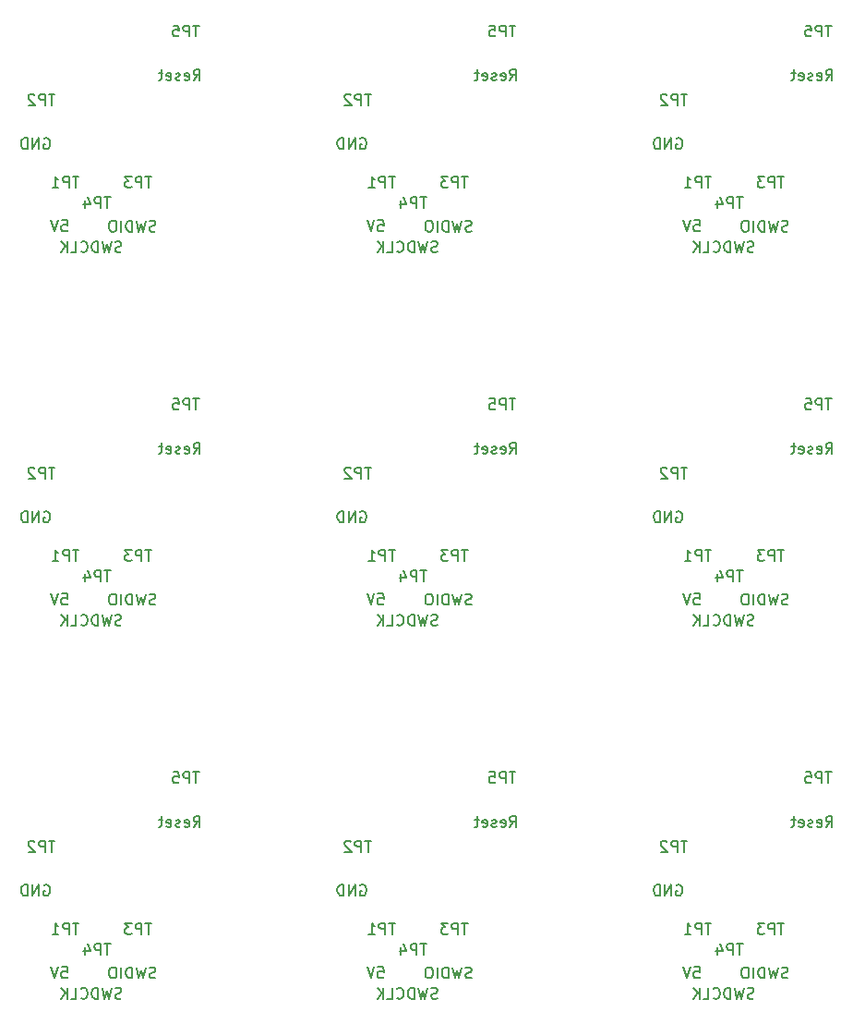
<source format=gbo>
G04 #@! TF.GenerationSoftware,KiCad,Pcbnew,(5.0.1)-4*
G04 #@! TF.CreationDate,2019-01-31T17:22:40-08:00*
G04 #@! TF.ProjectId,programing_adapter,70726F6772616D696E675F6164617074,rev?*
G04 #@! TF.SameCoordinates,Original*
G04 #@! TF.FileFunction,Legend,Bot*
G04 #@! TF.FilePolarity,Positive*
%FSLAX46Y46*%
G04 Gerber Fmt 4.6, Leading zero omitted, Abs format (unit mm)*
G04 Created by KiCad (PCBNEW (5.0.1)-4) date 1/31/2019 5:22:40 PM*
%MOMM*%
%LPD*%
G01*
G04 APERTURE LIST*
%ADD10C,0.150000*%
G04 APERTURE END LIST*
G04 #@! TO.C,TP5*
D10*
X200170704Y-147289180D02*
X199599276Y-147289180D01*
X199884990Y-148289180D02*
X199884990Y-147289180D01*
X199265942Y-148289180D02*
X199265942Y-147289180D01*
X198884990Y-147289180D01*
X198789752Y-147336800D01*
X198742133Y-147384419D01*
X198694514Y-147479657D01*
X198694514Y-147622514D01*
X198742133Y-147717752D01*
X198789752Y-147765371D01*
X198884990Y-147812990D01*
X199265942Y-147812990D01*
X197789752Y-147289180D02*
X198265942Y-147289180D01*
X198313561Y-147765371D01*
X198265942Y-147717752D01*
X198170704Y-147670133D01*
X197932609Y-147670133D01*
X197837371Y-147717752D01*
X197789752Y-147765371D01*
X197742133Y-147860609D01*
X197742133Y-148098704D01*
X197789752Y-148193942D01*
X197837371Y-148241561D01*
X197932609Y-148289180D01*
X198170704Y-148289180D01*
X198265942Y-148241561D01*
X198313561Y-148193942D01*
X199652695Y-152319780D02*
X199986028Y-151843590D01*
X200224123Y-152319780D02*
X200224123Y-151319780D01*
X199843171Y-151319780D01*
X199747933Y-151367400D01*
X199700314Y-151415019D01*
X199652695Y-151510257D01*
X199652695Y-151653114D01*
X199700314Y-151748352D01*
X199747933Y-151795971D01*
X199843171Y-151843590D01*
X200224123Y-151843590D01*
X198843171Y-152272161D02*
X198938409Y-152319780D01*
X199128885Y-152319780D01*
X199224123Y-152272161D01*
X199271742Y-152176923D01*
X199271742Y-151795971D01*
X199224123Y-151700733D01*
X199128885Y-151653114D01*
X198938409Y-151653114D01*
X198843171Y-151700733D01*
X198795552Y-151795971D01*
X198795552Y-151891209D01*
X199271742Y-151986447D01*
X198414600Y-152272161D02*
X198319361Y-152319780D01*
X198128885Y-152319780D01*
X198033647Y-152272161D01*
X197986028Y-152176923D01*
X197986028Y-152129304D01*
X198033647Y-152034066D01*
X198128885Y-151986447D01*
X198271742Y-151986447D01*
X198366980Y-151938828D01*
X198414600Y-151843590D01*
X198414600Y-151795971D01*
X198366980Y-151700733D01*
X198271742Y-151653114D01*
X198128885Y-151653114D01*
X198033647Y-151700733D01*
X197176504Y-152272161D02*
X197271742Y-152319780D01*
X197462219Y-152319780D01*
X197557457Y-152272161D01*
X197605076Y-152176923D01*
X197605076Y-151795971D01*
X197557457Y-151700733D01*
X197462219Y-151653114D01*
X197271742Y-151653114D01*
X197176504Y-151700733D01*
X197128885Y-151795971D01*
X197128885Y-151891209D01*
X197605076Y-151986447D01*
X196843171Y-151653114D02*
X196462219Y-151653114D01*
X196700314Y-151319780D02*
X196700314Y-152176923D01*
X196652695Y-152272161D01*
X196557457Y-152319780D01*
X196462219Y-152319780D01*
X171170704Y-147289180D02*
X170599276Y-147289180D01*
X170884990Y-148289180D02*
X170884990Y-147289180D01*
X170265942Y-148289180D02*
X170265942Y-147289180D01*
X169884990Y-147289180D01*
X169789752Y-147336800D01*
X169742133Y-147384419D01*
X169694514Y-147479657D01*
X169694514Y-147622514D01*
X169742133Y-147717752D01*
X169789752Y-147765371D01*
X169884990Y-147812990D01*
X170265942Y-147812990D01*
X168789752Y-147289180D02*
X169265942Y-147289180D01*
X169313561Y-147765371D01*
X169265942Y-147717752D01*
X169170704Y-147670133D01*
X168932609Y-147670133D01*
X168837371Y-147717752D01*
X168789752Y-147765371D01*
X168742133Y-147860609D01*
X168742133Y-148098704D01*
X168789752Y-148193942D01*
X168837371Y-148241561D01*
X168932609Y-148289180D01*
X169170704Y-148289180D01*
X169265942Y-148241561D01*
X169313561Y-148193942D01*
X170652695Y-152319780D02*
X170986028Y-151843590D01*
X171224123Y-152319780D02*
X171224123Y-151319780D01*
X170843171Y-151319780D01*
X170747933Y-151367400D01*
X170700314Y-151415019D01*
X170652695Y-151510257D01*
X170652695Y-151653114D01*
X170700314Y-151748352D01*
X170747933Y-151795971D01*
X170843171Y-151843590D01*
X171224123Y-151843590D01*
X169843171Y-152272161D02*
X169938409Y-152319780D01*
X170128885Y-152319780D01*
X170224123Y-152272161D01*
X170271742Y-152176923D01*
X170271742Y-151795971D01*
X170224123Y-151700733D01*
X170128885Y-151653114D01*
X169938409Y-151653114D01*
X169843171Y-151700733D01*
X169795552Y-151795971D01*
X169795552Y-151891209D01*
X170271742Y-151986447D01*
X169414600Y-152272161D02*
X169319361Y-152319780D01*
X169128885Y-152319780D01*
X169033647Y-152272161D01*
X168986028Y-152176923D01*
X168986028Y-152129304D01*
X169033647Y-152034066D01*
X169128885Y-151986447D01*
X169271742Y-151986447D01*
X169366980Y-151938828D01*
X169414600Y-151843590D01*
X169414600Y-151795971D01*
X169366980Y-151700733D01*
X169271742Y-151653114D01*
X169128885Y-151653114D01*
X169033647Y-151700733D01*
X168176504Y-152272161D02*
X168271742Y-152319780D01*
X168462219Y-152319780D01*
X168557457Y-152272161D01*
X168605076Y-152176923D01*
X168605076Y-151795971D01*
X168557457Y-151700733D01*
X168462219Y-151653114D01*
X168271742Y-151653114D01*
X168176504Y-151700733D01*
X168128885Y-151795971D01*
X168128885Y-151891209D01*
X168605076Y-151986447D01*
X167843171Y-151653114D02*
X167462219Y-151653114D01*
X167700314Y-151319780D02*
X167700314Y-152176923D01*
X167652695Y-152272161D01*
X167557457Y-152319780D01*
X167462219Y-152319780D01*
X142170704Y-147289180D02*
X141599276Y-147289180D01*
X141884990Y-148289180D02*
X141884990Y-147289180D01*
X141265942Y-148289180D02*
X141265942Y-147289180D01*
X140884990Y-147289180D01*
X140789752Y-147336800D01*
X140742133Y-147384419D01*
X140694514Y-147479657D01*
X140694514Y-147622514D01*
X140742133Y-147717752D01*
X140789752Y-147765371D01*
X140884990Y-147812990D01*
X141265942Y-147812990D01*
X139789752Y-147289180D02*
X140265942Y-147289180D01*
X140313561Y-147765371D01*
X140265942Y-147717752D01*
X140170704Y-147670133D01*
X139932609Y-147670133D01*
X139837371Y-147717752D01*
X139789752Y-147765371D01*
X139742133Y-147860609D01*
X139742133Y-148098704D01*
X139789752Y-148193942D01*
X139837371Y-148241561D01*
X139932609Y-148289180D01*
X140170704Y-148289180D01*
X140265942Y-148241561D01*
X140313561Y-148193942D01*
X141652695Y-152319780D02*
X141986028Y-151843590D01*
X142224123Y-152319780D02*
X142224123Y-151319780D01*
X141843171Y-151319780D01*
X141747933Y-151367400D01*
X141700314Y-151415019D01*
X141652695Y-151510257D01*
X141652695Y-151653114D01*
X141700314Y-151748352D01*
X141747933Y-151795971D01*
X141843171Y-151843590D01*
X142224123Y-151843590D01*
X140843171Y-152272161D02*
X140938409Y-152319780D01*
X141128885Y-152319780D01*
X141224123Y-152272161D01*
X141271742Y-152176923D01*
X141271742Y-151795971D01*
X141224123Y-151700733D01*
X141128885Y-151653114D01*
X140938409Y-151653114D01*
X140843171Y-151700733D01*
X140795552Y-151795971D01*
X140795552Y-151891209D01*
X141271742Y-151986447D01*
X140414600Y-152272161D02*
X140319361Y-152319780D01*
X140128885Y-152319780D01*
X140033647Y-152272161D01*
X139986028Y-152176923D01*
X139986028Y-152129304D01*
X140033647Y-152034066D01*
X140128885Y-151986447D01*
X140271742Y-151986447D01*
X140366980Y-151938828D01*
X140414600Y-151843590D01*
X140414600Y-151795971D01*
X140366980Y-151700733D01*
X140271742Y-151653114D01*
X140128885Y-151653114D01*
X140033647Y-151700733D01*
X139176504Y-152272161D02*
X139271742Y-152319780D01*
X139462219Y-152319780D01*
X139557457Y-152272161D01*
X139605076Y-152176923D01*
X139605076Y-151795971D01*
X139557457Y-151700733D01*
X139462219Y-151653114D01*
X139271742Y-151653114D01*
X139176504Y-151700733D01*
X139128885Y-151795971D01*
X139128885Y-151891209D01*
X139605076Y-151986447D01*
X138843171Y-151653114D02*
X138462219Y-151653114D01*
X138700314Y-151319780D02*
X138700314Y-152176923D01*
X138652695Y-152272161D01*
X138557457Y-152319780D01*
X138462219Y-152319780D01*
X200170704Y-113089180D02*
X199599276Y-113089180D01*
X199884990Y-114089180D02*
X199884990Y-113089180D01*
X199265942Y-114089180D02*
X199265942Y-113089180D01*
X198884990Y-113089180D01*
X198789752Y-113136800D01*
X198742133Y-113184419D01*
X198694514Y-113279657D01*
X198694514Y-113422514D01*
X198742133Y-113517752D01*
X198789752Y-113565371D01*
X198884990Y-113612990D01*
X199265942Y-113612990D01*
X197789752Y-113089180D02*
X198265942Y-113089180D01*
X198313561Y-113565371D01*
X198265942Y-113517752D01*
X198170704Y-113470133D01*
X197932609Y-113470133D01*
X197837371Y-113517752D01*
X197789752Y-113565371D01*
X197742133Y-113660609D01*
X197742133Y-113898704D01*
X197789752Y-113993942D01*
X197837371Y-114041561D01*
X197932609Y-114089180D01*
X198170704Y-114089180D01*
X198265942Y-114041561D01*
X198313561Y-113993942D01*
X199652695Y-118119780D02*
X199986028Y-117643590D01*
X200224123Y-118119780D02*
X200224123Y-117119780D01*
X199843171Y-117119780D01*
X199747933Y-117167400D01*
X199700314Y-117215019D01*
X199652695Y-117310257D01*
X199652695Y-117453114D01*
X199700314Y-117548352D01*
X199747933Y-117595971D01*
X199843171Y-117643590D01*
X200224123Y-117643590D01*
X198843171Y-118072161D02*
X198938409Y-118119780D01*
X199128885Y-118119780D01*
X199224123Y-118072161D01*
X199271742Y-117976923D01*
X199271742Y-117595971D01*
X199224123Y-117500733D01*
X199128885Y-117453114D01*
X198938409Y-117453114D01*
X198843171Y-117500733D01*
X198795552Y-117595971D01*
X198795552Y-117691209D01*
X199271742Y-117786447D01*
X198414600Y-118072161D02*
X198319361Y-118119780D01*
X198128885Y-118119780D01*
X198033647Y-118072161D01*
X197986028Y-117976923D01*
X197986028Y-117929304D01*
X198033647Y-117834066D01*
X198128885Y-117786447D01*
X198271742Y-117786447D01*
X198366980Y-117738828D01*
X198414600Y-117643590D01*
X198414600Y-117595971D01*
X198366980Y-117500733D01*
X198271742Y-117453114D01*
X198128885Y-117453114D01*
X198033647Y-117500733D01*
X197176504Y-118072161D02*
X197271742Y-118119780D01*
X197462219Y-118119780D01*
X197557457Y-118072161D01*
X197605076Y-117976923D01*
X197605076Y-117595971D01*
X197557457Y-117500733D01*
X197462219Y-117453114D01*
X197271742Y-117453114D01*
X197176504Y-117500733D01*
X197128885Y-117595971D01*
X197128885Y-117691209D01*
X197605076Y-117786447D01*
X196843171Y-117453114D02*
X196462219Y-117453114D01*
X196700314Y-117119780D02*
X196700314Y-117976923D01*
X196652695Y-118072161D01*
X196557457Y-118119780D01*
X196462219Y-118119780D01*
X171170704Y-113089180D02*
X170599276Y-113089180D01*
X170884990Y-114089180D02*
X170884990Y-113089180D01*
X170265942Y-114089180D02*
X170265942Y-113089180D01*
X169884990Y-113089180D01*
X169789752Y-113136800D01*
X169742133Y-113184419D01*
X169694514Y-113279657D01*
X169694514Y-113422514D01*
X169742133Y-113517752D01*
X169789752Y-113565371D01*
X169884990Y-113612990D01*
X170265942Y-113612990D01*
X168789752Y-113089180D02*
X169265942Y-113089180D01*
X169313561Y-113565371D01*
X169265942Y-113517752D01*
X169170704Y-113470133D01*
X168932609Y-113470133D01*
X168837371Y-113517752D01*
X168789752Y-113565371D01*
X168742133Y-113660609D01*
X168742133Y-113898704D01*
X168789752Y-113993942D01*
X168837371Y-114041561D01*
X168932609Y-114089180D01*
X169170704Y-114089180D01*
X169265942Y-114041561D01*
X169313561Y-113993942D01*
X170652695Y-118119780D02*
X170986028Y-117643590D01*
X171224123Y-118119780D02*
X171224123Y-117119780D01*
X170843171Y-117119780D01*
X170747933Y-117167400D01*
X170700314Y-117215019D01*
X170652695Y-117310257D01*
X170652695Y-117453114D01*
X170700314Y-117548352D01*
X170747933Y-117595971D01*
X170843171Y-117643590D01*
X171224123Y-117643590D01*
X169843171Y-118072161D02*
X169938409Y-118119780D01*
X170128885Y-118119780D01*
X170224123Y-118072161D01*
X170271742Y-117976923D01*
X170271742Y-117595971D01*
X170224123Y-117500733D01*
X170128885Y-117453114D01*
X169938409Y-117453114D01*
X169843171Y-117500733D01*
X169795552Y-117595971D01*
X169795552Y-117691209D01*
X170271742Y-117786447D01*
X169414600Y-118072161D02*
X169319361Y-118119780D01*
X169128885Y-118119780D01*
X169033647Y-118072161D01*
X168986028Y-117976923D01*
X168986028Y-117929304D01*
X169033647Y-117834066D01*
X169128885Y-117786447D01*
X169271742Y-117786447D01*
X169366980Y-117738828D01*
X169414600Y-117643590D01*
X169414600Y-117595971D01*
X169366980Y-117500733D01*
X169271742Y-117453114D01*
X169128885Y-117453114D01*
X169033647Y-117500733D01*
X168176504Y-118072161D02*
X168271742Y-118119780D01*
X168462219Y-118119780D01*
X168557457Y-118072161D01*
X168605076Y-117976923D01*
X168605076Y-117595971D01*
X168557457Y-117500733D01*
X168462219Y-117453114D01*
X168271742Y-117453114D01*
X168176504Y-117500733D01*
X168128885Y-117595971D01*
X168128885Y-117691209D01*
X168605076Y-117786447D01*
X167843171Y-117453114D02*
X167462219Y-117453114D01*
X167700314Y-117119780D02*
X167700314Y-117976923D01*
X167652695Y-118072161D01*
X167557457Y-118119780D01*
X167462219Y-118119780D01*
X142170704Y-113089180D02*
X141599276Y-113089180D01*
X141884990Y-114089180D02*
X141884990Y-113089180D01*
X141265942Y-114089180D02*
X141265942Y-113089180D01*
X140884990Y-113089180D01*
X140789752Y-113136800D01*
X140742133Y-113184419D01*
X140694514Y-113279657D01*
X140694514Y-113422514D01*
X140742133Y-113517752D01*
X140789752Y-113565371D01*
X140884990Y-113612990D01*
X141265942Y-113612990D01*
X139789752Y-113089180D02*
X140265942Y-113089180D01*
X140313561Y-113565371D01*
X140265942Y-113517752D01*
X140170704Y-113470133D01*
X139932609Y-113470133D01*
X139837371Y-113517752D01*
X139789752Y-113565371D01*
X139742133Y-113660609D01*
X139742133Y-113898704D01*
X139789752Y-113993942D01*
X139837371Y-114041561D01*
X139932609Y-114089180D01*
X140170704Y-114089180D01*
X140265942Y-114041561D01*
X140313561Y-113993942D01*
X141652695Y-118119780D02*
X141986028Y-117643590D01*
X142224123Y-118119780D02*
X142224123Y-117119780D01*
X141843171Y-117119780D01*
X141747933Y-117167400D01*
X141700314Y-117215019D01*
X141652695Y-117310257D01*
X141652695Y-117453114D01*
X141700314Y-117548352D01*
X141747933Y-117595971D01*
X141843171Y-117643590D01*
X142224123Y-117643590D01*
X140843171Y-118072161D02*
X140938409Y-118119780D01*
X141128885Y-118119780D01*
X141224123Y-118072161D01*
X141271742Y-117976923D01*
X141271742Y-117595971D01*
X141224123Y-117500733D01*
X141128885Y-117453114D01*
X140938409Y-117453114D01*
X140843171Y-117500733D01*
X140795552Y-117595971D01*
X140795552Y-117691209D01*
X141271742Y-117786447D01*
X140414600Y-118072161D02*
X140319361Y-118119780D01*
X140128885Y-118119780D01*
X140033647Y-118072161D01*
X139986028Y-117976923D01*
X139986028Y-117929304D01*
X140033647Y-117834066D01*
X140128885Y-117786447D01*
X140271742Y-117786447D01*
X140366980Y-117738828D01*
X140414600Y-117643590D01*
X140414600Y-117595971D01*
X140366980Y-117500733D01*
X140271742Y-117453114D01*
X140128885Y-117453114D01*
X140033647Y-117500733D01*
X139176504Y-118072161D02*
X139271742Y-118119780D01*
X139462219Y-118119780D01*
X139557457Y-118072161D01*
X139605076Y-117976923D01*
X139605076Y-117595971D01*
X139557457Y-117500733D01*
X139462219Y-117453114D01*
X139271742Y-117453114D01*
X139176504Y-117500733D01*
X139128885Y-117595971D01*
X139128885Y-117691209D01*
X139605076Y-117786447D01*
X138843171Y-117453114D02*
X138462219Y-117453114D01*
X138700314Y-117119780D02*
X138700314Y-117976923D01*
X138652695Y-118072161D01*
X138557457Y-118119780D01*
X138462219Y-118119780D01*
X200170704Y-78889180D02*
X199599276Y-78889180D01*
X199884990Y-79889180D02*
X199884990Y-78889180D01*
X199265942Y-79889180D02*
X199265942Y-78889180D01*
X198884990Y-78889180D01*
X198789752Y-78936800D01*
X198742133Y-78984419D01*
X198694514Y-79079657D01*
X198694514Y-79222514D01*
X198742133Y-79317752D01*
X198789752Y-79365371D01*
X198884990Y-79412990D01*
X199265942Y-79412990D01*
X197789752Y-78889180D02*
X198265942Y-78889180D01*
X198313561Y-79365371D01*
X198265942Y-79317752D01*
X198170704Y-79270133D01*
X197932609Y-79270133D01*
X197837371Y-79317752D01*
X197789752Y-79365371D01*
X197742133Y-79460609D01*
X197742133Y-79698704D01*
X197789752Y-79793942D01*
X197837371Y-79841561D01*
X197932609Y-79889180D01*
X198170704Y-79889180D01*
X198265942Y-79841561D01*
X198313561Y-79793942D01*
X199652695Y-83919780D02*
X199986028Y-83443590D01*
X200224123Y-83919780D02*
X200224123Y-82919780D01*
X199843171Y-82919780D01*
X199747933Y-82967400D01*
X199700314Y-83015019D01*
X199652695Y-83110257D01*
X199652695Y-83253114D01*
X199700314Y-83348352D01*
X199747933Y-83395971D01*
X199843171Y-83443590D01*
X200224123Y-83443590D01*
X198843171Y-83872161D02*
X198938409Y-83919780D01*
X199128885Y-83919780D01*
X199224123Y-83872161D01*
X199271742Y-83776923D01*
X199271742Y-83395971D01*
X199224123Y-83300733D01*
X199128885Y-83253114D01*
X198938409Y-83253114D01*
X198843171Y-83300733D01*
X198795552Y-83395971D01*
X198795552Y-83491209D01*
X199271742Y-83586447D01*
X198414600Y-83872161D02*
X198319361Y-83919780D01*
X198128885Y-83919780D01*
X198033647Y-83872161D01*
X197986028Y-83776923D01*
X197986028Y-83729304D01*
X198033647Y-83634066D01*
X198128885Y-83586447D01*
X198271742Y-83586447D01*
X198366980Y-83538828D01*
X198414600Y-83443590D01*
X198414600Y-83395971D01*
X198366980Y-83300733D01*
X198271742Y-83253114D01*
X198128885Y-83253114D01*
X198033647Y-83300733D01*
X197176504Y-83872161D02*
X197271742Y-83919780D01*
X197462219Y-83919780D01*
X197557457Y-83872161D01*
X197605076Y-83776923D01*
X197605076Y-83395971D01*
X197557457Y-83300733D01*
X197462219Y-83253114D01*
X197271742Y-83253114D01*
X197176504Y-83300733D01*
X197128885Y-83395971D01*
X197128885Y-83491209D01*
X197605076Y-83586447D01*
X196843171Y-83253114D02*
X196462219Y-83253114D01*
X196700314Y-82919780D02*
X196700314Y-83776923D01*
X196652695Y-83872161D01*
X196557457Y-83919780D01*
X196462219Y-83919780D01*
X171170704Y-78889180D02*
X170599276Y-78889180D01*
X170884990Y-79889180D02*
X170884990Y-78889180D01*
X170265942Y-79889180D02*
X170265942Y-78889180D01*
X169884990Y-78889180D01*
X169789752Y-78936800D01*
X169742133Y-78984419D01*
X169694514Y-79079657D01*
X169694514Y-79222514D01*
X169742133Y-79317752D01*
X169789752Y-79365371D01*
X169884990Y-79412990D01*
X170265942Y-79412990D01*
X168789752Y-78889180D02*
X169265942Y-78889180D01*
X169313561Y-79365371D01*
X169265942Y-79317752D01*
X169170704Y-79270133D01*
X168932609Y-79270133D01*
X168837371Y-79317752D01*
X168789752Y-79365371D01*
X168742133Y-79460609D01*
X168742133Y-79698704D01*
X168789752Y-79793942D01*
X168837371Y-79841561D01*
X168932609Y-79889180D01*
X169170704Y-79889180D01*
X169265942Y-79841561D01*
X169313561Y-79793942D01*
X170652695Y-83919780D02*
X170986028Y-83443590D01*
X171224123Y-83919780D02*
X171224123Y-82919780D01*
X170843171Y-82919780D01*
X170747933Y-82967400D01*
X170700314Y-83015019D01*
X170652695Y-83110257D01*
X170652695Y-83253114D01*
X170700314Y-83348352D01*
X170747933Y-83395971D01*
X170843171Y-83443590D01*
X171224123Y-83443590D01*
X169843171Y-83872161D02*
X169938409Y-83919780D01*
X170128885Y-83919780D01*
X170224123Y-83872161D01*
X170271742Y-83776923D01*
X170271742Y-83395971D01*
X170224123Y-83300733D01*
X170128885Y-83253114D01*
X169938409Y-83253114D01*
X169843171Y-83300733D01*
X169795552Y-83395971D01*
X169795552Y-83491209D01*
X170271742Y-83586447D01*
X169414600Y-83872161D02*
X169319361Y-83919780D01*
X169128885Y-83919780D01*
X169033647Y-83872161D01*
X168986028Y-83776923D01*
X168986028Y-83729304D01*
X169033647Y-83634066D01*
X169128885Y-83586447D01*
X169271742Y-83586447D01*
X169366980Y-83538828D01*
X169414600Y-83443590D01*
X169414600Y-83395971D01*
X169366980Y-83300733D01*
X169271742Y-83253114D01*
X169128885Y-83253114D01*
X169033647Y-83300733D01*
X168176504Y-83872161D02*
X168271742Y-83919780D01*
X168462219Y-83919780D01*
X168557457Y-83872161D01*
X168605076Y-83776923D01*
X168605076Y-83395971D01*
X168557457Y-83300733D01*
X168462219Y-83253114D01*
X168271742Y-83253114D01*
X168176504Y-83300733D01*
X168128885Y-83395971D01*
X168128885Y-83491209D01*
X168605076Y-83586447D01*
X167843171Y-83253114D02*
X167462219Y-83253114D01*
X167700314Y-82919780D02*
X167700314Y-83776923D01*
X167652695Y-83872161D01*
X167557457Y-83919780D01*
X167462219Y-83919780D01*
G04 #@! TO.C,TP4*
X192020704Y-163029180D02*
X191449276Y-163029180D01*
X191734990Y-164029180D02*
X191734990Y-163029180D01*
X191115942Y-164029180D02*
X191115942Y-163029180D01*
X190734990Y-163029180D01*
X190639752Y-163076800D01*
X190592133Y-163124419D01*
X190544514Y-163219657D01*
X190544514Y-163362514D01*
X190592133Y-163457752D01*
X190639752Y-163505371D01*
X190734990Y-163552990D01*
X191115942Y-163552990D01*
X189687371Y-163362514D02*
X189687371Y-164029180D01*
X189925466Y-162981561D02*
X190163561Y-163695847D01*
X189544514Y-163695847D01*
X193026504Y-168012161D02*
X192883647Y-168059780D01*
X192645552Y-168059780D01*
X192550314Y-168012161D01*
X192502695Y-167964542D01*
X192455076Y-167869304D01*
X192455076Y-167774066D01*
X192502695Y-167678828D01*
X192550314Y-167631209D01*
X192645552Y-167583590D01*
X192836028Y-167535971D01*
X192931266Y-167488352D01*
X192978885Y-167440733D01*
X193026504Y-167345495D01*
X193026504Y-167250257D01*
X192978885Y-167155019D01*
X192931266Y-167107400D01*
X192836028Y-167059780D01*
X192597933Y-167059780D01*
X192455076Y-167107400D01*
X192121742Y-167059780D02*
X191883647Y-168059780D01*
X191693171Y-167345495D01*
X191502695Y-168059780D01*
X191264600Y-167059780D01*
X190883647Y-168059780D02*
X190883647Y-167059780D01*
X190645552Y-167059780D01*
X190502695Y-167107400D01*
X190407457Y-167202638D01*
X190359838Y-167297876D01*
X190312219Y-167488352D01*
X190312219Y-167631209D01*
X190359838Y-167821685D01*
X190407457Y-167916923D01*
X190502695Y-168012161D01*
X190645552Y-168059780D01*
X190883647Y-168059780D01*
X189312219Y-167964542D02*
X189359838Y-168012161D01*
X189502695Y-168059780D01*
X189597933Y-168059780D01*
X189740790Y-168012161D01*
X189836028Y-167916923D01*
X189883647Y-167821685D01*
X189931266Y-167631209D01*
X189931266Y-167488352D01*
X189883647Y-167297876D01*
X189836028Y-167202638D01*
X189740790Y-167107400D01*
X189597933Y-167059780D01*
X189502695Y-167059780D01*
X189359838Y-167107400D01*
X189312219Y-167155019D01*
X188407457Y-168059780D02*
X188883647Y-168059780D01*
X188883647Y-167059780D01*
X188074123Y-168059780D02*
X188074123Y-167059780D01*
X187502695Y-168059780D02*
X187931266Y-167488352D01*
X187502695Y-167059780D02*
X188074123Y-167631209D01*
X163020704Y-163029180D02*
X162449276Y-163029180D01*
X162734990Y-164029180D02*
X162734990Y-163029180D01*
X162115942Y-164029180D02*
X162115942Y-163029180D01*
X161734990Y-163029180D01*
X161639752Y-163076800D01*
X161592133Y-163124419D01*
X161544514Y-163219657D01*
X161544514Y-163362514D01*
X161592133Y-163457752D01*
X161639752Y-163505371D01*
X161734990Y-163552990D01*
X162115942Y-163552990D01*
X160687371Y-163362514D02*
X160687371Y-164029180D01*
X160925466Y-162981561D02*
X161163561Y-163695847D01*
X160544514Y-163695847D01*
X164026504Y-168012161D02*
X163883647Y-168059780D01*
X163645552Y-168059780D01*
X163550314Y-168012161D01*
X163502695Y-167964542D01*
X163455076Y-167869304D01*
X163455076Y-167774066D01*
X163502695Y-167678828D01*
X163550314Y-167631209D01*
X163645552Y-167583590D01*
X163836028Y-167535971D01*
X163931266Y-167488352D01*
X163978885Y-167440733D01*
X164026504Y-167345495D01*
X164026504Y-167250257D01*
X163978885Y-167155019D01*
X163931266Y-167107400D01*
X163836028Y-167059780D01*
X163597933Y-167059780D01*
X163455076Y-167107400D01*
X163121742Y-167059780D02*
X162883647Y-168059780D01*
X162693171Y-167345495D01*
X162502695Y-168059780D01*
X162264600Y-167059780D01*
X161883647Y-168059780D02*
X161883647Y-167059780D01*
X161645552Y-167059780D01*
X161502695Y-167107400D01*
X161407457Y-167202638D01*
X161359838Y-167297876D01*
X161312219Y-167488352D01*
X161312219Y-167631209D01*
X161359838Y-167821685D01*
X161407457Y-167916923D01*
X161502695Y-168012161D01*
X161645552Y-168059780D01*
X161883647Y-168059780D01*
X160312219Y-167964542D02*
X160359838Y-168012161D01*
X160502695Y-168059780D01*
X160597933Y-168059780D01*
X160740790Y-168012161D01*
X160836028Y-167916923D01*
X160883647Y-167821685D01*
X160931266Y-167631209D01*
X160931266Y-167488352D01*
X160883647Y-167297876D01*
X160836028Y-167202638D01*
X160740790Y-167107400D01*
X160597933Y-167059780D01*
X160502695Y-167059780D01*
X160359838Y-167107400D01*
X160312219Y-167155019D01*
X159407457Y-168059780D02*
X159883647Y-168059780D01*
X159883647Y-167059780D01*
X159074123Y-168059780D02*
X159074123Y-167059780D01*
X158502695Y-168059780D02*
X158931266Y-167488352D01*
X158502695Y-167059780D02*
X159074123Y-167631209D01*
X134020704Y-163029180D02*
X133449276Y-163029180D01*
X133734990Y-164029180D02*
X133734990Y-163029180D01*
X133115942Y-164029180D02*
X133115942Y-163029180D01*
X132734990Y-163029180D01*
X132639752Y-163076800D01*
X132592133Y-163124419D01*
X132544514Y-163219657D01*
X132544514Y-163362514D01*
X132592133Y-163457752D01*
X132639752Y-163505371D01*
X132734990Y-163552990D01*
X133115942Y-163552990D01*
X131687371Y-163362514D02*
X131687371Y-164029180D01*
X131925466Y-162981561D02*
X132163561Y-163695847D01*
X131544514Y-163695847D01*
X135026504Y-168012161D02*
X134883647Y-168059780D01*
X134645552Y-168059780D01*
X134550314Y-168012161D01*
X134502695Y-167964542D01*
X134455076Y-167869304D01*
X134455076Y-167774066D01*
X134502695Y-167678828D01*
X134550314Y-167631209D01*
X134645552Y-167583590D01*
X134836028Y-167535971D01*
X134931266Y-167488352D01*
X134978885Y-167440733D01*
X135026504Y-167345495D01*
X135026504Y-167250257D01*
X134978885Y-167155019D01*
X134931266Y-167107400D01*
X134836028Y-167059780D01*
X134597933Y-167059780D01*
X134455076Y-167107400D01*
X134121742Y-167059780D02*
X133883647Y-168059780D01*
X133693171Y-167345495D01*
X133502695Y-168059780D01*
X133264600Y-167059780D01*
X132883647Y-168059780D02*
X132883647Y-167059780D01*
X132645552Y-167059780D01*
X132502695Y-167107400D01*
X132407457Y-167202638D01*
X132359838Y-167297876D01*
X132312219Y-167488352D01*
X132312219Y-167631209D01*
X132359838Y-167821685D01*
X132407457Y-167916923D01*
X132502695Y-168012161D01*
X132645552Y-168059780D01*
X132883647Y-168059780D01*
X131312219Y-167964542D02*
X131359838Y-168012161D01*
X131502695Y-168059780D01*
X131597933Y-168059780D01*
X131740790Y-168012161D01*
X131836028Y-167916923D01*
X131883647Y-167821685D01*
X131931266Y-167631209D01*
X131931266Y-167488352D01*
X131883647Y-167297876D01*
X131836028Y-167202638D01*
X131740790Y-167107400D01*
X131597933Y-167059780D01*
X131502695Y-167059780D01*
X131359838Y-167107400D01*
X131312219Y-167155019D01*
X130407457Y-168059780D02*
X130883647Y-168059780D01*
X130883647Y-167059780D01*
X130074123Y-168059780D02*
X130074123Y-167059780D01*
X129502695Y-168059780D02*
X129931266Y-167488352D01*
X129502695Y-167059780D02*
X130074123Y-167631209D01*
X192020704Y-128829180D02*
X191449276Y-128829180D01*
X191734990Y-129829180D02*
X191734990Y-128829180D01*
X191115942Y-129829180D02*
X191115942Y-128829180D01*
X190734990Y-128829180D01*
X190639752Y-128876800D01*
X190592133Y-128924419D01*
X190544514Y-129019657D01*
X190544514Y-129162514D01*
X190592133Y-129257752D01*
X190639752Y-129305371D01*
X190734990Y-129352990D01*
X191115942Y-129352990D01*
X189687371Y-129162514D02*
X189687371Y-129829180D01*
X189925466Y-128781561D02*
X190163561Y-129495847D01*
X189544514Y-129495847D01*
X193026504Y-133812161D02*
X192883647Y-133859780D01*
X192645552Y-133859780D01*
X192550314Y-133812161D01*
X192502695Y-133764542D01*
X192455076Y-133669304D01*
X192455076Y-133574066D01*
X192502695Y-133478828D01*
X192550314Y-133431209D01*
X192645552Y-133383590D01*
X192836028Y-133335971D01*
X192931266Y-133288352D01*
X192978885Y-133240733D01*
X193026504Y-133145495D01*
X193026504Y-133050257D01*
X192978885Y-132955019D01*
X192931266Y-132907400D01*
X192836028Y-132859780D01*
X192597933Y-132859780D01*
X192455076Y-132907400D01*
X192121742Y-132859780D02*
X191883647Y-133859780D01*
X191693171Y-133145495D01*
X191502695Y-133859780D01*
X191264600Y-132859780D01*
X190883647Y-133859780D02*
X190883647Y-132859780D01*
X190645552Y-132859780D01*
X190502695Y-132907400D01*
X190407457Y-133002638D01*
X190359838Y-133097876D01*
X190312219Y-133288352D01*
X190312219Y-133431209D01*
X190359838Y-133621685D01*
X190407457Y-133716923D01*
X190502695Y-133812161D01*
X190645552Y-133859780D01*
X190883647Y-133859780D01*
X189312219Y-133764542D02*
X189359838Y-133812161D01*
X189502695Y-133859780D01*
X189597933Y-133859780D01*
X189740790Y-133812161D01*
X189836028Y-133716923D01*
X189883647Y-133621685D01*
X189931266Y-133431209D01*
X189931266Y-133288352D01*
X189883647Y-133097876D01*
X189836028Y-133002638D01*
X189740790Y-132907400D01*
X189597933Y-132859780D01*
X189502695Y-132859780D01*
X189359838Y-132907400D01*
X189312219Y-132955019D01*
X188407457Y-133859780D02*
X188883647Y-133859780D01*
X188883647Y-132859780D01*
X188074123Y-133859780D02*
X188074123Y-132859780D01*
X187502695Y-133859780D02*
X187931266Y-133288352D01*
X187502695Y-132859780D02*
X188074123Y-133431209D01*
X163020704Y-128829180D02*
X162449276Y-128829180D01*
X162734990Y-129829180D02*
X162734990Y-128829180D01*
X162115942Y-129829180D02*
X162115942Y-128829180D01*
X161734990Y-128829180D01*
X161639752Y-128876800D01*
X161592133Y-128924419D01*
X161544514Y-129019657D01*
X161544514Y-129162514D01*
X161592133Y-129257752D01*
X161639752Y-129305371D01*
X161734990Y-129352990D01*
X162115942Y-129352990D01*
X160687371Y-129162514D02*
X160687371Y-129829180D01*
X160925466Y-128781561D02*
X161163561Y-129495847D01*
X160544514Y-129495847D01*
X164026504Y-133812161D02*
X163883647Y-133859780D01*
X163645552Y-133859780D01*
X163550314Y-133812161D01*
X163502695Y-133764542D01*
X163455076Y-133669304D01*
X163455076Y-133574066D01*
X163502695Y-133478828D01*
X163550314Y-133431209D01*
X163645552Y-133383590D01*
X163836028Y-133335971D01*
X163931266Y-133288352D01*
X163978885Y-133240733D01*
X164026504Y-133145495D01*
X164026504Y-133050257D01*
X163978885Y-132955019D01*
X163931266Y-132907400D01*
X163836028Y-132859780D01*
X163597933Y-132859780D01*
X163455076Y-132907400D01*
X163121742Y-132859780D02*
X162883647Y-133859780D01*
X162693171Y-133145495D01*
X162502695Y-133859780D01*
X162264600Y-132859780D01*
X161883647Y-133859780D02*
X161883647Y-132859780D01*
X161645552Y-132859780D01*
X161502695Y-132907400D01*
X161407457Y-133002638D01*
X161359838Y-133097876D01*
X161312219Y-133288352D01*
X161312219Y-133431209D01*
X161359838Y-133621685D01*
X161407457Y-133716923D01*
X161502695Y-133812161D01*
X161645552Y-133859780D01*
X161883647Y-133859780D01*
X160312219Y-133764542D02*
X160359838Y-133812161D01*
X160502695Y-133859780D01*
X160597933Y-133859780D01*
X160740790Y-133812161D01*
X160836028Y-133716923D01*
X160883647Y-133621685D01*
X160931266Y-133431209D01*
X160931266Y-133288352D01*
X160883647Y-133097876D01*
X160836028Y-133002638D01*
X160740790Y-132907400D01*
X160597933Y-132859780D01*
X160502695Y-132859780D01*
X160359838Y-132907400D01*
X160312219Y-132955019D01*
X159407457Y-133859780D02*
X159883647Y-133859780D01*
X159883647Y-132859780D01*
X159074123Y-133859780D02*
X159074123Y-132859780D01*
X158502695Y-133859780D02*
X158931266Y-133288352D01*
X158502695Y-132859780D02*
X159074123Y-133431209D01*
X134020704Y-128829180D02*
X133449276Y-128829180D01*
X133734990Y-129829180D02*
X133734990Y-128829180D01*
X133115942Y-129829180D02*
X133115942Y-128829180D01*
X132734990Y-128829180D01*
X132639752Y-128876800D01*
X132592133Y-128924419D01*
X132544514Y-129019657D01*
X132544514Y-129162514D01*
X132592133Y-129257752D01*
X132639752Y-129305371D01*
X132734990Y-129352990D01*
X133115942Y-129352990D01*
X131687371Y-129162514D02*
X131687371Y-129829180D01*
X131925466Y-128781561D02*
X132163561Y-129495847D01*
X131544514Y-129495847D01*
X135026504Y-133812161D02*
X134883647Y-133859780D01*
X134645552Y-133859780D01*
X134550314Y-133812161D01*
X134502695Y-133764542D01*
X134455076Y-133669304D01*
X134455076Y-133574066D01*
X134502695Y-133478828D01*
X134550314Y-133431209D01*
X134645552Y-133383590D01*
X134836028Y-133335971D01*
X134931266Y-133288352D01*
X134978885Y-133240733D01*
X135026504Y-133145495D01*
X135026504Y-133050257D01*
X134978885Y-132955019D01*
X134931266Y-132907400D01*
X134836028Y-132859780D01*
X134597933Y-132859780D01*
X134455076Y-132907400D01*
X134121742Y-132859780D02*
X133883647Y-133859780D01*
X133693171Y-133145495D01*
X133502695Y-133859780D01*
X133264600Y-132859780D01*
X132883647Y-133859780D02*
X132883647Y-132859780D01*
X132645552Y-132859780D01*
X132502695Y-132907400D01*
X132407457Y-133002638D01*
X132359838Y-133097876D01*
X132312219Y-133288352D01*
X132312219Y-133431209D01*
X132359838Y-133621685D01*
X132407457Y-133716923D01*
X132502695Y-133812161D01*
X132645552Y-133859780D01*
X132883647Y-133859780D01*
X131312219Y-133764542D02*
X131359838Y-133812161D01*
X131502695Y-133859780D01*
X131597933Y-133859780D01*
X131740790Y-133812161D01*
X131836028Y-133716923D01*
X131883647Y-133621685D01*
X131931266Y-133431209D01*
X131931266Y-133288352D01*
X131883647Y-133097876D01*
X131836028Y-133002638D01*
X131740790Y-132907400D01*
X131597933Y-132859780D01*
X131502695Y-132859780D01*
X131359838Y-132907400D01*
X131312219Y-132955019D01*
X130407457Y-133859780D02*
X130883647Y-133859780D01*
X130883647Y-132859780D01*
X130074123Y-133859780D02*
X130074123Y-132859780D01*
X129502695Y-133859780D02*
X129931266Y-133288352D01*
X129502695Y-132859780D02*
X130074123Y-133431209D01*
X192020704Y-94629180D02*
X191449276Y-94629180D01*
X191734990Y-95629180D02*
X191734990Y-94629180D01*
X191115942Y-95629180D02*
X191115942Y-94629180D01*
X190734990Y-94629180D01*
X190639752Y-94676800D01*
X190592133Y-94724419D01*
X190544514Y-94819657D01*
X190544514Y-94962514D01*
X190592133Y-95057752D01*
X190639752Y-95105371D01*
X190734990Y-95152990D01*
X191115942Y-95152990D01*
X189687371Y-94962514D02*
X189687371Y-95629180D01*
X189925466Y-94581561D02*
X190163561Y-95295847D01*
X189544514Y-95295847D01*
X193026504Y-99612161D02*
X192883647Y-99659780D01*
X192645552Y-99659780D01*
X192550314Y-99612161D01*
X192502695Y-99564542D01*
X192455076Y-99469304D01*
X192455076Y-99374066D01*
X192502695Y-99278828D01*
X192550314Y-99231209D01*
X192645552Y-99183590D01*
X192836028Y-99135971D01*
X192931266Y-99088352D01*
X192978885Y-99040733D01*
X193026504Y-98945495D01*
X193026504Y-98850257D01*
X192978885Y-98755019D01*
X192931266Y-98707400D01*
X192836028Y-98659780D01*
X192597933Y-98659780D01*
X192455076Y-98707400D01*
X192121742Y-98659780D02*
X191883647Y-99659780D01*
X191693171Y-98945495D01*
X191502695Y-99659780D01*
X191264600Y-98659780D01*
X190883647Y-99659780D02*
X190883647Y-98659780D01*
X190645552Y-98659780D01*
X190502695Y-98707400D01*
X190407457Y-98802638D01*
X190359838Y-98897876D01*
X190312219Y-99088352D01*
X190312219Y-99231209D01*
X190359838Y-99421685D01*
X190407457Y-99516923D01*
X190502695Y-99612161D01*
X190645552Y-99659780D01*
X190883647Y-99659780D01*
X189312219Y-99564542D02*
X189359838Y-99612161D01*
X189502695Y-99659780D01*
X189597933Y-99659780D01*
X189740790Y-99612161D01*
X189836028Y-99516923D01*
X189883647Y-99421685D01*
X189931266Y-99231209D01*
X189931266Y-99088352D01*
X189883647Y-98897876D01*
X189836028Y-98802638D01*
X189740790Y-98707400D01*
X189597933Y-98659780D01*
X189502695Y-98659780D01*
X189359838Y-98707400D01*
X189312219Y-98755019D01*
X188407457Y-99659780D02*
X188883647Y-99659780D01*
X188883647Y-98659780D01*
X188074123Y-99659780D02*
X188074123Y-98659780D01*
X187502695Y-99659780D02*
X187931266Y-99088352D01*
X187502695Y-98659780D02*
X188074123Y-99231209D01*
X163020704Y-94629180D02*
X162449276Y-94629180D01*
X162734990Y-95629180D02*
X162734990Y-94629180D01*
X162115942Y-95629180D02*
X162115942Y-94629180D01*
X161734990Y-94629180D01*
X161639752Y-94676800D01*
X161592133Y-94724419D01*
X161544514Y-94819657D01*
X161544514Y-94962514D01*
X161592133Y-95057752D01*
X161639752Y-95105371D01*
X161734990Y-95152990D01*
X162115942Y-95152990D01*
X160687371Y-94962514D02*
X160687371Y-95629180D01*
X160925466Y-94581561D02*
X161163561Y-95295847D01*
X160544514Y-95295847D01*
X164026504Y-99612161D02*
X163883647Y-99659780D01*
X163645552Y-99659780D01*
X163550314Y-99612161D01*
X163502695Y-99564542D01*
X163455076Y-99469304D01*
X163455076Y-99374066D01*
X163502695Y-99278828D01*
X163550314Y-99231209D01*
X163645552Y-99183590D01*
X163836028Y-99135971D01*
X163931266Y-99088352D01*
X163978885Y-99040733D01*
X164026504Y-98945495D01*
X164026504Y-98850257D01*
X163978885Y-98755019D01*
X163931266Y-98707400D01*
X163836028Y-98659780D01*
X163597933Y-98659780D01*
X163455076Y-98707400D01*
X163121742Y-98659780D02*
X162883647Y-99659780D01*
X162693171Y-98945495D01*
X162502695Y-99659780D01*
X162264600Y-98659780D01*
X161883647Y-99659780D02*
X161883647Y-98659780D01*
X161645552Y-98659780D01*
X161502695Y-98707400D01*
X161407457Y-98802638D01*
X161359838Y-98897876D01*
X161312219Y-99088352D01*
X161312219Y-99231209D01*
X161359838Y-99421685D01*
X161407457Y-99516923D01*
X161502695Y-99612161D01*
X161645552Y-99659780D01*
X161883647Y-99659780D01*
X160312219Y-99564542D02*
X160359838Y-99612161D01*
X160502695Y-99659780D01*
X160597933Y-99659780D01*
X160740790Y-99612161D01*
X160836028Y-99516923D01*
X160883647Y-99421685D01*
X160931266Y-99231209D01*
X160931266Y-99088352D01*
X160883647Y-98897876D01*
X160836028Y-98802638D01*
X160740790Y-98707400D01*
X160597933Y-98659780D01*
X160502695Y-98659780D01*
X160359838Y-98707400D01*
X160312219Y-98755019D01*
X159407457Y-99659780D02*
X159883647Y-99659780D01*
X159883647Y-98659780D01*
X159074123Y-99659780D02*
X159074123Y-98659780D01*
X158502695Y-99659780D02*
X158931266Y-99088352D01*
X158502695Y-98659780D02*
X159074123Y-99231209D01*
G04 #@! TO.C,TP3*
X195800704Y-161139180D02*
X195229276Y-161139180D01*
X195514990Y-162139180D02*
X195514990Y-161139180D01*
X194895942Y-162139180D02*
X194895942Y-161139180D01*
X194514990Y-161139180D01*
X194419752Y-161186800D01*
X194372133Y-161234419D01*
X194324514Y-161329657D01*
X194324514Y-161472514D01*
X194372133Y-161567752D01*
X194419752Y-161615371D01*
X194514990Y-161662990D01*
X194895942Y-161662990D01*
X193991180Y-161139180D02*
X193372133Y-161139180D01*
X193705466Y-161520133D01*
X193562609Y-161520133D01*
X193467371Y-161567752D01*
X193419752Y-161615371D01*
X193372133Y-161710609D01*
X193372133Y-161948704D01*
X193419752Y-162043942D01*
X193467371Y-162091561D01*
X193562609Y-162139180D01*
X193848323Y-162139180D01*
X193943561Y-162091561D01*
X193991180Y-162043942D01*
X196163647Y-166122161D02*
X196020790Y-166169780D01*
X195782695Y-166169780D01*
X195687457Y-166122161D01*
X195639838Y-166074542D01*
X195592219Y-165979304D01*
X195592219Y-165884066D01*
X195639838Y-165788828D01*
X195687457Y-165741209D01*
X195782695Y-165693590D01*
X195973171Y-165645971D01*
X196068409Y-165598352D01*
X196116028Y-165550733D01*
X196163647Y-165455495D01*
X196163647Y-165360257D01*
X196116028Y-165265019D01*
X196068409Y-165217400D01*
X195973171Y-165169780D01*
X195735076Y-165169780D01*
X195592219Y-165217400D01*
X195258885Y-165169780D02*
X195020790Y-166169780D01*
X194830314Y-165455495D01*
X194639838Y-166169780D01*
X194401742Y-165169780D01*
X194020790Y-166169780D02*
X194020790Y-165169780D01*
X193782695Y-165169780D01*
X193639838Y-165217400D01*
X193544600Y-165312638D01*
X193496980Y-165407876D01*
X193449361Y-165598352D01*
X193449361Y-165741209D01*
X193496980Y-165931685D01*
X193544600Y-166026923D01*
X193639838Y-166122161D01*
X193782695Y-166169780D01*
X194020790Y-166169780D01*
X193020790Y-166169780D02*
X193020790Y-165169780D01*
X192354123Y-165169780D02*
X192163647Y-165169780D01*
X192068409Y-165217400D01*
X191973171Y-165312638D01*
X191925552Y-165503114D01*
X191925552Y-165836447D01*
X191973171Y-166026923D01*
X192068409Y-166122161D01*
X192163647Y-166169780D01*
X192354123Y-166169780D01*
X192449361Y-166122161D01*
X192544600Y-166026923D01*
X192592219Y-165836447D01*
X192592219Y-165503114D01*
X192544600Y-165312638D01*
X192449361Y-165217400D01*
X192354123Y-165169780D01*
X166800704Y-161139180D02*
X166229276Y-161139180D01*
X166514990Y-162139180D02*
X166514990Y-161139180D01*
X165895942Y-162139180D02*
X165895942Y-161139180D01*
X165514990Y-161139180D01*
X165419752Y-161186800D01*
X165372133Y-161234419D01*
X165324514Y-161329657D01*
X165324514Y-161472514D01*
X165372133Y-161567752D01*
X165419752Y-161615371D01*
X165514990Y-161662990D01*
X165895942Y-161662990D01*
X164991180Y-161139180D02*
X164372133Y-161139180D01*
X164705466Y-161520133D01*
X164562609Y-161520133D01*
X164467371Y-161567752D01*
X164419752Y-161615371D01*
X164372133Y-161710609D01*
X164372133Y-161948704D01*
X164419752Y-162043942D01*
X164467371Y-162091561D01*
X164562609Y-162139180D01*
X164848323Y-162139180D01*
X164943561Y-162091561D01*
X164991180Y-162043942D01*
X167163647Y-166122161D02*
X167020790Y-166169780D01*
X166782695Y-166169780D01*
X166687457Y-166122161D01*
X166639838Y-166074542D01*
X166592219Y-165979304D01*
X166592219Y-165884066D01*
X166639838Y-165788828D01*
X166687457Y-165741209D01*
X166782695Y-165693590D01*
X166973171Y-165645971D01*
X167068409Y-165598352D01*
X167116028Y-165550733D01*
X167163647Y-165455495D01*
X167163647Y-165360257D01*
X167116028Y-165265019D01*
X167068409Y-165217400D01*
X166973171Y-165169780D01*
X166735076Y-165169780D01*
X166592219Y-165217400D01*
X166258885Y-165169780D02*
X166020790Y-166169780D01*
X165830314Y-165455495D01*
X165639838Y-166169780D01*
X165401742Y-165169780D01*
X165020790Y-166169780D02*
X165020790Y-165169780D01*
X164782695Y-165169780D01*
X164639838Y-165217400D01*
X164544600Y-165312638D01*
X164496980Y-165407876D01*
X164449361Y-165598352D01*
X164449361Y-165741209D01*
X164496980Y-165931685D01*
X164544600Y-166026923D01*
X164639838Y-166122161D01*
X164782695Y-166169780D01*
X165020790Y-166169780D01*
X164020790Y-166169780D02*
X164020790Y-165169780D01*
X163354123Y-165169780D02*
X163163647Y-165169780D01*
X163068409Y-165217400D01*
X162973171Y-165312638D01*
X162925552Y-165503114D01*
X162925552Y-165836447D01*
X162973171Y-166026923D01*
X163068409Y-166122161D01*
X163163647Y-166169780D01*
X163354123Y-166169780D01*
X163449361Y-166122161D01*
X163544600Y-166026923D01*
X163592219Y-165836447D01*
X163592219Y-165503114D01*
X163544600Y-165312638D01*
X163449361Y-165217400D01*
X163354123Y-165169780D01*
X137800704Y-161139180D02*
X137229276Y-161139180D01*
X137514990Y-162139180D02*
X137514990Y-161139180D01*
X136895942Y-162139180D02*
X136895942Y-161139180D01*
X136514990Y-161139180D01*
X136419752Y-161186800D01*
X136372133Y-161234419D01*
X136324514Y-161329657D01*
X136324514Y-161472514D01*
X136372133Y-161567752D01*
X136419752Y-161615371D01*
X136514990Y-161662990D01*
X136895942Y-161662990D01*
X135991180Y-161139180D02*
X135372133Y-161139180D01*
X135705466Y-161520133D01*
X135562609Y-161520133D01*
X135467371Y-161567752D01*
X135419752Y-161615371D01*
X135372133Y-161710609D01*
X135372133Y-161948704D01*
X135419752Y-162043942D01*
X135467371Y-162091561D01*
X135562609Y-162139180D01*
X135848323Y-162139180D01*
X135943561Y-162091561D01*
X135991180Y-162043942D01*
X138163647Y-166122161D02*
X138020790Y-166169780D01*
X137782695Y-166169780D01*
X137687457Y-166122161D01*
X137639838Y-166074542D01*
X137592219Y-165979304D01*
X137592219Y-165884066D01*
X137639838Y-165788828D01*
X137687457Y-165741209D01*
X137782695Y-165693590D01*
X137973171Y-165645971D01*
X138068409Y-165598352D01*
X138116028Y-165550733D01*
X138163647Y-165455495D01*
X138163647Y-165360257D01*
X138116028Y-165265019D01*
X138068409Y-165217400D01*
X137973171Y-165169780D01*
X137735076Y-165169780D01*
X137592219Y-165217400D01*
X137258885Y-165169780D02*
X137020790Y-166169780D01*
X136830314Y-165455495D01*
X136639838Y-166169780D01*
X136401742Y-165169780D01*
X136020790Y-166169780D02*
X136020790Y-165169780D01*
X135782695Y-165169780D01*
X135639838Y-165217400D01*
X135544600Y-165312638D01*
X135496980Y-165407876D01*
X135449361Y-165598352D01*
X135449361Y-165741209D01*
X135496980Y-165931685D01*
X135544600Y-166026923D01*
X135639838Y-166122161D01*
X135782695Y-166169780D01*
X136020790Y-166169780D01*
X135020790Y-166169780D02*
X135020790Y-165169780D01*
X134354123Y-165169780D02*
X134163647Y-165169780D01*
X134068409Y-165217400D01*
X133973171Y-165312638D01*
X133925552Y-165503114D01*
X133925552Y-165836447D01*
X133973171Y-166026923D01*
X134068409Y-166122161D01*
X134163647Y-166169780D01*
X134354123Y-166169780D01*
X134449361Y-166122161D01*
X134544600Y-166026923D01*
X134592219Y-165836447D01*
X134592219Y-165503114D01*
X134544600Y-165312638D01*
X134449361Y-165217400D01*
X134354123Y-165169780D01*
X195800704Y-126939180D02*
X195229276Y-126939180D01*
X195514990Y-127939180D02*
X195514990Y-126939180D01*
X194895942Y-127939180D02*
X194895942Y-126939180D01*
X194514990Y-126939180D01*
X194419752Y-126986800D01*
X194372133Y-127034419D01*
X194324514Y-127129657D01*
X194324514Y-127272514D01*
X194372133Y-127367752D01*
X194419752Y-127415371D01*
X194514990Y-127462990D01*
X194895942Y-127462990D01*
X193991180Y-126939180D02*
X193372133Y-126939180D01*
X193705466Y-127320133D01*
X193562609Y-127320133D01*
X193467371Y-127367752D01*
X193419752Y-127415371D01*
X193372133Y-127510609D01*
X193372133Y-127748704D01*
X193419752Y-127843942D01*
X193467371Y-127891561D01*
X193562609Y-127939180D01*
X193848323Y-127939180D01*
X193943561Y-127891561D01*
X193991180Y-127843942D01*
X196163647Y-131922161D02*
X196020790Y-131969780D01*
X195782695Y-131969780D01*
X195687457Y-131922161D01*
X195639838Y-131874542D01*
X195592219Y-131779304D01*
X195592219Y-131684066D01*
X195639838Y-131588828D01*
X195687457Y-131541209D01*
X195782695Y-131493590D01*
X195973171Y-131445971D01*
X196068409Y-131398352D01*
X196116028Y-131350733D01*
X196163647Y-131255495D01*
X196163647Y-131160257D01*
X196116028Y-131065019D01*
X196068409Y-131017400D01*
X195973171Y-130969780D01*
X195735076Y-130969780D01*
X195592219Y-131017400D01*
X195258885Y-130969780D02*
X195020790Y-131969780D01*
X194830314Y-131255495D01*
X194639838Y-131969780D01*
X194401742Y-130969780D01*
X194020790Y-131969780D02*
X194020790Y-130969780D01*
X193782695Y-130969780D01*
X193639838Y-131017400D01*
X193544600Y-131112638D01*
X193496980Y-131207876D01*
X193449361Y-131398352D01*
X193449361Y-131541209D01*
X193496980Y-131731685D01*
X193544600Y-131826923D01*
X193639838Y-131922161D01*
X193782695Y-131969780D01*
X194020790Y-131969780D01*
X193020790Y-131969780D02*
X193020790Y-130969780D01*
X192354123Y-130969780D02*
X192163647Y-130969780D01*
X192068409Y-131017400D01*
X191973171Y-131112638D01*
X191925552Y-131303114D01*
X191925552Y-131636447D01*
X191973171Y-131826923D01*
X192068409Y-131922161D01*
X192163647Y-131969780D01*
X192354123Y-131969780D01*
X192449361Y-131922161D01*
X192544600Y-131826923D01*
X192592219Y-131636447D01*
X192592219Y-131303114D01*
X192544600Y-131112638D01*
X192449361Y-131017400D01*
X192354123Y-130969780D01*
X166800704Y-126939180D02*
X166229276Y-126939180D01*
X166514990Y-127939180D02*
X166514990Y-126939180D01*
X165895942Y-127939180D02*
X165895942Y-126939180D01*
X165514990Y-126939180D01*
X165419752Y-126986800D01*
X165372133Y-127034419D01*
X165324514Y-127129657D01*
X165324514Y-127272514D01*
X165372133Y-127367752D01*
X165419752Y-127415371D01*
X165514990Y-127462990D01*
X165895942Y-127462990D01*
X164991180Y-126939180D02*
X164372133Y-126939180D01*
X164705466Y-127320133D01*
X164562609Y-127320133D01*
X164467371Y-127367752D01*
X164419752Y-127415371D01*
X164372133Y-127510609D01*
X164372133Y-127748704D01*
X164419752Y-127843942D01*
X164467371Y-127891561D01*
X164562609Y-127939180D01*
X164848323Y-127939180D01*
X164943561Y-127891561D01*
X164991180Y-127843942D01*
X167163647Y-131922161D02*
X167020790Y-131969780D01*
X166782695Y-131969780D01*
X166687457Y-131922161D01*
X166639838Y-131874542D01*
X166592219Y-131779304D01*
X166592219Y-131684066D01*
X166639838Y-131588828D01*
X166687457Y-131541209D01*
X166782695Y-131493590D01*
X166973171Y-131445971D01*
X167068409Y-131398352D01*
X167116028Y-131350733D01*
X167163647Y-131255495D01*
X167163647Y-131160257D01*
X167116028Y-131065019D01*
X167068409Y-131017400D01*
X166973171Y-130969780D01*
X166735076Y-130969780D01*
X166592219Y-131017400D01*
X166258885Y-130969780D02*
X166020790Y-131969780D01*
X165830314Y-131255495D01*
X165639838Y-131969780D01*
X165401742Y-130969780D01*
X165020790Y-131969780D02*
X165020790Y-130969780D01*
X164782695Y-130969780D01*
X164639838Y-131017400D01*
X164544600Y-131112638D01*
X164496980Y-131207876D01*
X164449361Y-131398352D01*
X164449361Y-131541209D01*
X164496980Y-131731685D01*
X164544600Y-131826923D01*
X164639838Y-131922161D01*
X164782695Y-131969780D01*
X165020790Y-131969780D01*
X164020790Y-131969780D02*
X164020790Y-130969780D01*
X163354123Y-130969780D02*
X163163647Y-130969780D01*
X163068409Y-131017400D01*
X162973171Y-131112638D01*
X162925552Y-131303114D01*
X162925552Y-131636447D01*
X162973171Y-131826923D01*
X163068409Y-131922161D01*
X163163647Y-131969780D01*
X163354123Y-131969780D01*
X163449361Y-131922161D01*
X163544600Y-131826923D01*
X163592219Y-131636447D01*
X163592219Y-131303114D01*
X163544600Y-131112638D01*
X163449361Y-131017400D01*
X163354123Y-130969780D01*
X137800704Y-126939180D02*
X137229276Y-126939180D01*
X137514990Y-127939180D02*
X137514990Y-126939180D01*
X136895942Y-127939180D02*
X136895942Y-126939180D01*
X136514990Y-126939180D01*
X136419752Y-126986800D01*
X136372133Y-127034419D01*
X136324514Y-127129657D01*
X136324514Y-127272514D01*
X136372133Y-127367752D01*
X136419752Y-127415371D01*
X136514990Y-127462990D01*
X136895942Y-127462990D01*
X135991180Y-126939180D02*
X135372133Y-126939180D01*
X135705466Y-127320133D01*
X135562609Y-127320133D01*
X135467371Y-127367752D01*
X135419752Y-127415371D01*
X135372133Y-127510609D01*
X135372133Y-127748704D01*
X135419752Y-127843942D01*
X135467371Y-127891561D01*
X135562609Y-127939180D01*
X135848323Y-127939180D01*
X135943561Y-127891561D01*
X135991180Y-127843942D01*
X138163647Y-131922161D02*
X138020790Y-131969780D01*
X137782695Y-131969780D01*
X137687457Y-131922161D01*
X137639838Y-131874542D01*
X137592219Y-131779304D01*
X137592219Y-131684066D01*
X137639838Y-131588828D01*
X137687457Y-131541209D01*
X137782695Y-131493590D01*
X137973171Y-131445971D01*
X138068409Y-131398352D01*
X138116028Y-131350733D01*
X138163647Y-131255495D01*
X138163647Y-131160257D01*
X138116028Y-131065019D01*
X138068409Y-131017400D01*
X137973171Y-130969780D01*
X137735076Y-130969780D01*
X137592219Y-131017400D01*
X137258885Y-130969780D02*
X137020790Y-131969780D01*
X136830314Y-131255495D01*
X136639838Y-131969780D01*
X136401742Y-130969780D01*
X136020790Y-131969780D02*
X136020790Y-130969780D01*
X135782695Y-130969780D01*
X135639838Y-131017400D01*
X135544600Y-131112638D01*
X135496980Y-131207876D01*
X135449361Y-131398352D01*
X135449361Y-131541209D01*
X135496980Y-131731685D01*
X135544600Y-131826923D01*
X135639838Y-131922161D01*
X135782695Y-131969780D01*
X136020790Y-131969780D01*
X135020790Y-131969780D02*
X135020790Y-130969780D01*
X134354123Y-130969780D02*
X134163647Y-130969780D01*
X134068409Y-131017400D01*
X133973171Y-131112638D01*
X133925552Y-131303114D01*
X133925552Y-131636447D01*
X133973171Y-131826923D01*
X134068409Y-131922161D01*
X134163647Y-131969780D01*
X134354123Y-131969780D01*
X134449361Y-131922161D01*
X134544600Y-131826923D01*
X134592219Y-131636447D01*
X134592219Y-131303114D01*
X134544600Y-131112638D01*
X134449361Y-131017400D01*
X134354123Y-130969780D01*
X195800704Y-92739180D02*
X195229276Y-92739180D01*
X195514990Y-93739180D02*
X195514990Y-92739180D01*
X194895942Y-93739180D02*
X194895942Y-92739180D01*
X194514990Y-92739180D01*
X194419752Y-92786800D01*
X194372133Y-92834419D01*
X194324514Y-92929657D01*
X194324514Y-93072514D01*
X194372133Y-93167752D01*
X194419752Y-93215371D01*
X194514990Y-93262990D01*
X194895942Y-93262990D01*
X193991180Y-92739180D02*
X193372133Y-92739180D01*
X193705466Y-93120133D01*
X193562609Y-93120133D01*
X193467371Y-93167752D01*
X193419752Y-93215371D01*
X193372133Y-93310609D01*
X193372133Y-93548704D01*
X193419752Y-93643942D01*
X193467371Y-93691561D01*
X193562609Y-93739180D01*
X193848323Y-93739180D01*
X193943561Y-93691561D01*
X193991180Y-93643942D01*
X196163647Y-97722161D02*
X196020790Y-97769780D01*
X195782695Y-97769780D01*
X195687457Y-97722161D01*
X195639838Y-97674542D01*
X195592219Y-97579304D01*
X195592219Y-97484066D01*
X195639838Y-97388828D01*
X195687457Y-97341209D01*
X195782695Y-97293590D01*
X195973171Y-97245971D01*
X196068409Y-97198352D01*
X196116028Y-97150733D01*
X196163647Y-97055495D01*
X196163647Y-96960257D01*
X196116028Y-96865019D01*
X196068409Y-96817400D01*
X195973171Y-96769780D01*
X195735076Y-96769780D01*
X195592219Y-96817400D01*
X195258885Y-96769780D02*
X195020790Y-97769780D01*
X194830314Y-97055495D01*
X194639838Y-97769780D01*
X194401742Y-96769780D01*
X194020790Y-97769780D02*
X194020790Y-96769780D01*
X193782695Y-96769780D01*
X193639838Y-96817400D01*
X193544600Y-96912638D01*
X193496980Y-97007876D01*
X193449361Y-97198352D01*
X193449361Y-97341209D01*
X193496980Y-97531685D01*
X193544600Y-97626923D01*
X193639838Y-97722161D01*
X193782695Y-97769780D01*
X194020790Y-97769780D01*
X193020790Y-97769780D02*
X193020790Y-96769780D01*
X192354123Y-96769780D02*
X192163647Y-96769780D01*
X192068409Y-96817400D01*
X191973171Y-96912638D01*
X191925552Y-97103114D01*
X191925552Y-97436447D01*
X191973171Y-97626923D01*
X192068409Y-97722161D01*
X192163647Y-97769780D01*
X192354123Y-97769780D01*
X192449361Y-97722161D01*
X192544600Y-97626923D01*
X192592219Y-97436447D01*
X192592219Y-97103114D01*
X192544600Y-96912638D01*
X192449361Y-96817400D01*
X192354123Y-96769780D01*
X166800704Y-92739180D02*
X166229276Y-92739180D01*
X166514990Y-93739180D02*
X166514990Y-92739180D01*
X165895942Y-93739180D02*
X165895942Y-92739180D01*
X165514990Y-92739180D01*
X165419752Y-92786800D01*
X165372133Y-92834419D01*
X165324514Y-92929657D01*
X165324514Y-93072514D01*
X165372133Y-93167752D01*
X165419752Y-93215371D01*
X165514990Y-93262990D01*
X165895942Y-93262990D01*
X164991180Y-92739180D02*
X164372133Y-92739180D01*
X164705466Y-93120133D01*
X164562609Y-93120133D01*
X164467371Y-93167752D01*
X164419752Y-93215371D01*
X164372133Y-93310609D01*
X164372133Y-93548704D01*
X164419752Y-93643942D01*
X164467371Y-93691561D01*
X164562609Y-93739180D01*
X164848323Y-93739180D01*
X164943561Y-93691561D01*
X164991180Y-93643942D01*
X167163647Y-97722161D02*
X167020790Y-97769780D01*
X166782695Y-97769780D01*
X166687457Y-97722161D01*
X166639838Y-97674542D01*
X166592219Y-97579304D01*
X166592219Y-97484066D01*
X166639838Y-97388828D01*
X166687457Y-97341209D01*
X166782695Y-97293590D01*
X166973171Y-97245971D01*
X167068409Y-97198352D01*
X167116028Y-97150733D01*
X167163647Y-97055495D01*
X167163647Y-96960257D01*
X167116028Y-96865019D01*
X167068409Y-96817400D01*
X166973171Y-96769780D01*
X166735076Y-96769780D01*
X166592219Y-96817400D01*
X166258885Y-96769780D02*
X166020790Y-97769780D01*
X165830314Y-97055495D01*
X165639838Y-97769780D01*
X165401742Y-96769780D01*
X165020790Y-97769780D02*
X165020790Y-96769780D01*
X164782695Y-96769780D01*
X164639838Y-96817400D01*
X164544600Y-96912638D01*
X164496980Y-97007876D01*
X164449361Y-97198352D01*
X164449361Y-97341209D01*
X164496980Y-97531685D01*
X164544600Y-97626923D01*
X164639838Y-97722161D01*
X164782695Y-97769780D01*
X165020790Y-97769780D01*
X164020790Y-97769780D02*
X164020790Y-96769780D01*
X163354123Y-96769780D02*
X163163647Y-96769780D01*
X163068409Y-96817400D01*
X162973171Y-96912638D01*
X162925552Y-97103114D01*
X162925552Y-97436447D01*
X162973171Y-97626923D01*
X163068409Y-97722161D01*
X163163647Y-97769780D01*
X163354123Y-97769780D01*
X163449361Y-97722161D01*
X163544600Y-97626923D01*
X163592219Y-97436447D01*
X163592219Y-97103114D01*
X163544600Y-96912638D01*
X163449361Y-96817400D01*
X163354123Y-96769780D01*
G04 #@! TO.C,TP2*
X186930704Y-153579180D02*
X186359276Y-153579180D01*
X186644990Y-154579180D02*
X186644990Y-153579180D01*
X186025942Y-154579180D02*
X186025942Y-153579180D01*
X185644990Y-153579180D01*
X185549752Y-153626800D01*
X185502133Y-153674419D01*
X185454514Y-153769657D01*
X185454514Y-153912514D01*
X185502133Y-154007752D01*
X185549752Y-154055371D01*
X185644990Y-154102990D01*
X186025942Y-154102990D01*
X185073561Y-153674419D02*
X185025942Y-153626800D01*
X184930704Y-153579180D01*
X184692609Y-153579180D01*
X184597371Y-153626800D01*
X184549752Y-153674419D01*
X184502133Y-153769657D01*
X184502133Y-153864895D01*
X184549752Y-154007752D01*
X185121180Y-154579180D01*
X184502133Y-154579180D01*
X185936504Y-157657400D02*
X186031742Y-157609780D01*
X186174600Y-157609780D01*
X186317457Y-157657400D01*
X186412695Y-157752638D01*
X186460314Y-157847876D01*
X186507933Y-158038352D01*
X186507933Y-158181209D01*
X186460314Y-158371685D01*
X186412695Y-158466923D01*
X186317457Y-158562161D01*
X186174600Y-158609780D01*
X186079361Y-158609780D01*
X185936504Y-158562161D01*
X185888885Y-158514542D01*
X185888885Y-158181209D01*
X186079361Y-158181209D01*
X185460314Y-158609780D02*
X185460314Y-157609780D01*
X184888885Y-158609780D01*
X184888885Y-157609780D01*
X184412695Y-158609780D02*
X184412695Y-157609780D01*
X184174600Y-157609780D01*
X184031742Y-157657400D01*
X183936504Y-157752638D01*
X183888885Y-157847876D01*
X183841266Y-158038352D01*
X183841266Y-158181209D01*
X183888885Y-158371685D01*
X183936504Y-158466923D01*
X184031742Y-158562161D01*
X184174600Y-158609780D01*
X184412695Y-158609780D01*
X157930704Y-153579180D02*
X157359276Y-153579180D01*
X157644990Y-154579180D02*
X157644990Y-153579180D01*
X157025942Y-154579180D02*
X157025942Y-153579180D01*
X156644990Y-153579180D01*
X156549752Y-153626800D01*
X156502133Y-153674419D01*
X156454514Y-153769657D01*
X156454514Y-153912514D01*
X156502133Y-154007752D01*
X156549752Y-154055371D01*
X156644990Y-154102990D01*
X157025942Y-154102990D01*
X156073561Y-153674419D02*
X156025942Y-153626800D01*
X155930704Y-153579180D01*
X155692609Y-153579180D01*
X155597371Y-153626800D01*
X155549752Y-153674419D01*
X155502133Y-153769657D01*
X155502133Y-153864895D01*
X155549752Y-154007752D01*
X156121180Y-154579180D01*
X155502133Y-154579180D01*
X156936504Y-157657400D02*
X157031742Y-157609780D01*
X157174600Y-157609780D01*
X157317457Y-157657400D01*
X157412695Y-157752638D01*
X157460314Y-157847876D01*
X157507933Y-158038352D01*
X157507933Y-158181209D01*
X157460314Y-158371685D01*
X157412695Y-158466923D01*
X157317457Y-158562161D01*
X157174600Y-158609780D01*
X157079361Y-158609780D01*
X156936504Y-158562161D01*
X156888885Y-158514542D01*
X156888885Y-158181209D01*
X157079361Y-158181209D01*
X156460314Y-158609780D02*
X156460314Y-157609780D01*
X155888885Y-158609780D01*
X155888885Y-157609780D01*
X155412695Y-158609780D02*
X155412695Y-157609780D01*
X155174600Y-157609780D01*
X155031742Y-157657400D01*
X154936504Y-157752638D01*
X154888885Y-157847876D01*
X154841266Y-158038352D01*
X154841266Y-158181209D01*
X154888885Y-158371685D01*
X154936504Y-158466923D01*
X155031742Y-158562161D01*
X155174600Y-158609780D01*
X155412695Y-158609780D01*
X128930704Y-153579180D02*
X128359276Y-153579180D01*
X128644990Y-154579180D02*
X128644990Y-153579180D01*
X128025942Y-154579180D02*
X128025942Y-153579180D01*
X127644990Y-153579180D01*
X127549752Y-153626800D01*
X127502133Y-153674419D01*
X127454514Y-153769657D01*
X127454514Y-153912514D01*
X127502133Y-154007752D01*
X127549752Y-154055371D01*
X127644990Y-154102990D01*
X128025942Y-154102990D01*
X127073561Y-153674419D02*
X127025942Y-153626800D01*
X126930704Y-153579180D01*
X126692609Y-153579180D01*
X126597371Y-153626800D01*
X126549752Y-153674419D01*
X126502133Y-153769657D01*
X126502133Y-153864895D01*
X126549752Y-154007752D01*
X127121180Y-154579180D01*
X126502133Y-154579180D01*
X127936504Y-157657400D02*
X128031742Y-157609780D01*
X128174600Y-157609780D01*
X128317457Y-157657400D01*
X128412695Y-157752638D01*
X128460314Y-157847876D01*
X128507933Y-158038352D01*
X128507933Y-158181209D01*
X128460314Y-158371685D01*
X128412695Y-158466923D01*
X128317457Y-158562161D01*
X128174600Y-158609780D01*
X128079361Y-158609780D01*
X127936504Y-158562161D01*
X127888885Y-158514542D01*
X127888885Y-158181209D01*
X128079361Y-158181209D01*
X127460314Y-158609780D02*
X127460314Y-157609780D01*
X126888885Y-158609780D01*
X126888885Y-157609780D01*
X126412695Y-158609780D02*
X126412695Y-157609780D01*
X126174600Y-157609780D01*
X126031742Y-157657400D01*
X125936504Y-157752638D01*
X125888885Y-157847876D01*
X125841266Y-158038352D01*
X125841266Y-158181209D01*
X125888885Y-158371685D01*
X125936504Y-158466923D01*
X126031742Y-158562161D01*
X126174600Y-158609780D01*
X126412695Y-158609780D01*
X186930704Y-119379180D02*
X186359276Y-119379180D01*
X186644990Y-120379180D02*
X186644990Y-119379180D01*
X186025942Y-120379180D02*
X186025942Y-119379180D01*
X185644990Y-119379180D01*
X185549752Y-119426800D01*
X185502133Y-119474419D01*
X185454514Y-119569657D01*
X185454514Y-119712514D01*
X185502133Y-119807752D01*
X185549752Y-119855371D01*
X185644990Y-119902990D01*
X186025942Y-119902990D01*
X185073561Y-119474419D02*
X185025942Y-119426800D01*
X184930704Y-119379180D01*
X184692609Y-119379180D01*
X184597371Y-119426800D01*
X184549752Y-119474419D01*
X184502133Y-119569657D01*
X184502133Y-119664895D01*
X184549752Y-119807752D01*
X185121180Y-120379180D01*
X184502133Y-120379180D01*
X185936504Y-123457400D02*
X186031742Y-123409780D01*
X186174600Y-123409780D01*
X186317457Y-123457400D01*
X186412695Y-123552638D01*
X186460314Y-123647876D01*
X186507933Y-123838352D01*
X186507933Y-123981209D01*
X186460314Y-124171685D01*
X186412695Y-124266923D01*
X186317457Y-124362161D01*
X186174600Y-124409780D01*
X186079361Y-124409780D01*
X185936504Y-124362161D01*
X185888885Y-124314542D01*
X185888885Y-123981209D01*
X186079361Y-123981209D01*
X185460314Y-124409780D02*
X185460314Y-123409780D01*
X184888885Y-124409780D01*
X184888885Y-123409780D01*
X184412695Y-124409780D02*
X184412695Y-123409780D01*
X184174600Y-123409780D01*
X184031742Y-123457400D01*
X183936504Y-123552638D01*
X183888885Y-123647876D01*
X183841266Y-123838352D01*
X183841266Y-123981209D01*
X183888885Y-124171685D01*
X183936504Y-124266923D01*
X184031742Y-124362161D01*
X184174600Y-124409780D01*
X184412695Y-124409780D01*
X157930704Y-119379180D02*
X157359276Y-119379180D01*
X157644990Y-120379180D02*
X157644990Y-119379180D01*
X157025942Y-120379180D02*
X157025942Y-119379180D01*
X156644990Y-119379180D01*
X156549752Y-119426800D01*
X156502133Y-119474419D01*
X156454514Y-119569657D01*
X156454514Y-119712514D01*
X156502133Y-119807752D01*
X156549752Y-119855371D01*
X156644990Y-119902990D01*
X157025942Y-119902990D01*
X156073561Y-119474419D02*
X156025942Y-119426800D01*
X155930704Y-119379180D01*
X155692609Y-119379180D01*
X155597371Y-119426800D01*
X155549752Y-119474419D01*
X155502133Y-119569657D01*
X155502133Y-119664895D01*
X155549752Y-119807752D01*
X156121180Y-120379180D01*
X155502133Y-120379180D01*
X156936504Y-123457400D02*
X157031742Y-123409780D01*
X157174600Y-123409780D01*
X157317457Y-123457400D01*
X157412695Y-123552638D01*
X157460314Y-123647876D01*
X157507933Y-123838352D01*
X157507933Y-123981209D01*
X157460314Y-124171685D01*
X157412695Y-124266923D01*
X157317457Y-124362161D01*
X157174600Y-124409780D01*
X157079361Y-124409780D01*
X156936504Y-124362161D01*
X156888885Y-124314542D01*
X156888885Y-123981209D01*
X157079361Y-123981209D01*
X156460314Y-124409780D02*
X156460314Y-123409780D01*
X155888885Y-124409780D01*
X155888885Y-123409780D01*
X155412695Y-124409780D02*
X155412695Y-123409780D01*
X155174600Y-123409780D01*
X155031742Y-123457400D01*
X154936504Y-123552638D01*
X154888885Y-123647876D01*
X154841266Y-123838352D01*
X154841266Y-123981209D01*
X154888885Y-124171685D01*
X154936504Y-124266923D01*
X155031742Y-124362161D01*
X155174600Y-124409780D01*
X155412695Y-124409780D01*
X128930704Y-119379180D02*
X128359276Y-119379180D01*
X128644990Y-120379180D02*
X128644990Y-119379180D01*
X128025942Y-120379180D02*
X128025942Y-119379180D01*
X127644990Y-119379180D01*
X127549752Y-119426800D01*
X127502133Y-119474419D01*
X127454514Y-119569657D01*
X127454514Y-119712514D01*
X127502133Y-119807752D01*
X127549752Y-119855371D01*
X127644990Y-119902990D01*
X128025942Y-119902990D01*
X127073561Y-119474419D02*
X127025942Y-119426800D01*
X126930704Y-119379180D01*
X126692609Y-119379180D01*
X126597371Y-119426800D01*
X126549752Y-119474419D01*
X126502133Y-119569657D01*
X126502133Y-119664895D01*
X126549752Y-119807752D01*
X127121180Y-120379180D01*
X126502133Y-120379180D01*
X127936504Y-123457400D02*
X128031742Y-123409780D01*
X128174600Y-123409780D01*
X128317457Y-123457400D01*
X128412695Y-123552638D01*
X128460314Y-123647876D01*
X128507933Y-123838352D01*
X128507933Y-123981209D01*
X128460314Y-124171685D01*
X128412695Y-124266923D01*
X128317457Y-124362161D01*
X128174600Y-124409780D01*
X128079361Y-124409780D01*
X127936504Y-124362161D01*
X127888885Y-124314542D01*
X127888885Y-123981209D01*
X128079361Y-123981209D01*
X127460314Y-124409780D02*
X127460314Y-123409780D01*
X126888885Y-124409780D01*
X126888885Y-123409780D01*
X126412695Y-124409780D02*
X126412695Y-123409780D01*
X126174600Y-123409780D01*
X126031742Y-123457400D01*
X125936504Y-123552638D01*
X125888885Y-123647876D01*
X125841266Y-123838352D01*
X125841266Y-123981209D01*
X125888885Y-124171685D01*
X125936504Y-124266923D01*
X126031742Y-124362161D01*
X126174600Y-124409780D01*
X126412695Y-124409780D01*
X186930704Y-85179180D02*
X186359276Y-85179180D01*
X186644990Y-86179180D02*
X186644990Y-85179180D01*
X186025942Y-86179180D02*
X186025942Y-85179180D01*
X185644990Y-85179180D01*
X185549752Y-85226800D01*
X185502133Y-85274419D01*
X185454514Y-85369657D01*
X185454514Y-85512514D01*
X185502133Y-85607752D01*
X185549752Y-85655371D01*
X185644990Y-85702990D01*
X186025942Y-85702990D01*
X185073561Y-85274419D02*
X185025942Y-85226800D01*
X184930704Y-85179180D01*
X184692609Y-85179180D01*
X184597371Y-85226800D01*
X184549752Y-85274419D01*
X184502133Y-85369657D01*
X184502133Y-85464895D01*
X184549752Y-85607752D01*
X185121180Y-86179180D01*
X184502133Y-86179180D01*
X185936504Y-89257400D02*
X186031742Y-89209780D01*
X186174600Y-89209780D01*
X186317457Y-89257400D01*
X186412695Y-89352638D01*
X186460314Y-89447876D01*
X186507933Y-89638352D01*
X186507933Y-89781209D01*
X186460314Y-89971685D01*
X186412695Y-90066923D01*
X186317457Y-90162161D01*
X186174600Y-90209780D01*
X186079361Y-90209780D01*
X185936504Y-90162161D01*
X185888885Y-90114542D01*
X185888885Y-89781209D01*
X186079361Y-89781209D01*
X185460314Y-90209780D02*
X185460314Y-89209780D01*
X184888885Y-90209780D01*
X184888885Y-89209780D01*
X184412695Y-90209780D02*
X184412695Y-89209780D01*
X184174600Y-89209780D01*
X184031742Y-89257400D01*
X183936504Y-89352638D01*
X183888885Y-89447876D01*
X183841266Y-89638352D01*
X183841266Y-89781209D01*
X183888885Y-89971685D01*
X183936504Y-90066923D01*
X184031742Y-90162161D01*
X184174600Y-90209780D01*
X184412695Y-90209780D01*
X157930704Y-85179180D02*
X157359276Y-85179180D01*
X157644990Y-86179180D02*
X157644990Y-85179180D01*
X157025942Y-86179180D02*
X157025942Y-85179180D01*
X156644990Y-85179180D01*
X156549752Y-85226800D01*
X156502133Y-85274419D01*
X156454514Y-85369657D01*
X156454514Y-85512514D01*
X156502133Y-85607752D01*
X156549752Y-85655371D01*
X156644990Y-85702990D01*
X157025942Y-85702990D01*
X156073561Y-85274419D02*
X156025942Y-85226800D01*
X155930704Y-85179180D01*
X155692609Y-85179180D01*
X155597371Y-85226800D01*
X155549752Y-85274419D01*
X155502133Y-85369657D01*
X155502133Y-85464895D01*
X155549752Y-85607752D01*
X156121180Y-86179180D01*
X155502133Y-86179180D01*
X156936504Y-89257400D02*
X157031742Y-89209780D01*
X157174600Y-89209780D01*
X157317457Y-89257400D01*
X157412695Y-89352638D01*
X157460314Y-89447876D01*
X157507933Y-89638352D01*
X157507933Y-89781209D01*
X157460314Y-89971685D01*
X157412695Y-90066923D01*
X157317457Y-90162161D01*
X157174600Y-90209780D01*
X157079361Y-90209780D01*
X156936504Y-90162161D01*
X156888885Y-90114542D01*
X156888885Y-89781209D01*
X157079361Y-89781209D01*
X156460314Y-90209780D02*
X156460314Y-89209780D01*
X155888885Y-90209780D01*
X155888885Y-89209780D01*
X155412695Y-90209780D02*
X155412695Y-89209780D01*
X155174600Y-89209780D01*
X155031742Y-89257400D01*
X154936504Y-89352638D01*
X154888885Y-89447876D01*
X154841266Y-89638352D01*
X154841266Y-89781209D01*
X154888885Y-89971685D01*
X154936504Y-90066923D01*
X155031742Y-90162161D01*
X155174600Y-90209780D01*
X155412695Y-90209780D01*
G04 #@! TO.C,TP1*
X189130704Y-161119180D02*
X188559276Y-161119180D01*
X188844990Y-162119180D02*
X188844990Y-161119180D01*
X188225942Y-162119180D02*
X188225942Y-161119180D01*
X187844990Y-161119180D01*
X187749752Y-161166800D01*
X187702133Y-161214419D01*
X187654514Y-161309657D01*
X187654514Y-161452514D01*
X187702133Y-161547752D01*
X187749752Y-161595371D01*
X187844990Y-161642990D01*
X188225942Y-161642990D01*
X186702133Y-162119180D02*
X187273561Y-162119180D01*
X186987847Y-162119180D02*
X186987847Y-161119180D01*
X187083085Y-161262038D01*
X187178323Y-161357276D01*
X187273561Y-161404895D01*
X187565076Y-165149780D02*
X188041266Y-165149780D01*
X188088885Y-165625971D01*
X188041266Y-165578352D01*
X187946028Y-165530733D01*
X187707933Y-165530733D01*
X187612695Y-165578352D01*
X187565076Y-165625971D01*
X187517457Y-165721209D01*
X187517457Y-165959304D01*
X187565076Y-166054542D01*
X187612695Y-166102161D01*
X187707933Y-166149780D01*
X187946028Y-166149780D01*
X188041266Y-166102161D01*
X188088885Y-166054542D01*
X187231742Y-165149780D02*
X186898409Y-166149780D01*
X186565076Y-165149780D01*
X160130704Y-161119180D02*
X159559276Y-161119180D01*
X159844990Y-162119180D02*
X159844990Y-161119180D01*
X159225942Y-162119180D02*
X159225942Y-161119180D01*
X158844990Y-161119180D01*
X158749752Y-161166800D01*
X158702133Y-161214419D01*
X158654514Y-161309657D01*
X158654514Y-161452514D01*
X158702133Y-161547752D01*
X158749752Y-161595371D01*
X158844990Y-161642990D01*
X159225942Y-161642990D01*
X157702133Y-162119180D02*
X158273561Y-162119180D01*
X157987847Y-162119180D02*
X157987847Y-161119180D01*
X158083085Y-161262038D01*
X158178323Y-161357276D01*
X158273561Y-161404895D01*
X158565076Y-165149780D02*
X159041266Y-165149780D01*
X159088885Y-165625971D01*
X159041266Y-165578352D01*
X158946028Y-165530733D01*
X158707933Y-165530733D01*
X158612695Y-165578352D01*
X158565076Y-165625971D01*
X158517457Y-165721209D01*
X158517457Y-165959304D01*
X158565076Y-166054542D01*
X158612695Y-166102161D01*
X158707933Y-166149780D01*
X158946028Y-166149780D01*
X159041266Y-166102161D01*
X159088885Y-166054542D01*
X158231742Y-165149780D02*
X157898409Y-166149780D01*
X157565076Y-165149780D01*
X131130704Y-161119180D02*
X130559276Y-161119180D01*
X130844990Y-162119180D02*
X130844990Y-161119180D01*
X130225942Y-162119180D02*
X130225942Y-161119180D01*
X129844990Y-161119180D01*
X129749752Y-161166800D01*
X129702133Y-161214419D01*
X129654514Y-161309657D01*
X129654514Y-161452514D01*
X129702133Y-161547752D01*
X129749752Y-161595371D01*
X129844990Y-161642990D01*
X130225942Y-161642990D01*
X128702133Y-162119180D02*
X129273561Y-162119180D01*
X128987847Y-162119180D02*
X128987847Y-161119180D01*
X129083085Y-161262038D01*
X129178323Y-161357276D01*
X129273561Y-161404895D01*
X129565076Y-165149780D02*
X130041266Y-165149780D01*
X130088885Y-165625971D01*
X130041266Y-165578352D01*
X129946028Y-165530733D01*
X129707933Y-165530733D01*
X129612695Y-165578352D01*
X129565076Y-165625971D01*
X129517457Y-165721209D01*
X129517457Y-165959304D01*
X129565076Y-166054542D01*
X129612695Y-166102161D01*
X129707933Y-166149780D01*
X129946028Y-166149780D01*
X130041266Y-166102161D01*
X130088885Y-166054542D01*
X129231742Y-165149780D02*
X128898409Y-166149780D01*
X128565076Y-165149780D01*
X189130704Y-126919180D02*
X188559276Y-126919180D01*
X188844990Y-127919180D02*
X188844990Y-126919180D01*
X188225942Y-127919180D02*
X188225942Y-126919180D01*
X187844990Y-126919180D01*
X187749752Y-126966800D01*
X187702133Y-127014419D01*
X187654514Y-127109657D01*
X187654514Y-127252514D01*
X187702133Y-127347752D01*
X187749752Y-127395371D01*
X187844990Y-127442990D01*
X188225942Y-127442990D01*
X186702133Y-127919180D02*
X187273561Y-127919180D01*
X186987847Y-127919180D02*
X186987847Y-126919180D01*
X187083085Y-127062038D01*
X187178323Y-127157276D01*
X187273561Y-127204895D01*
X187565076Y-130949780D02*
X188041266Y-130949780D01*
X188088885Y-131425971D01*
X188041266Y-131378352D01*
X187946028Y-131330733D01*
X187707933Y-131330733D01*
X187612695Y-131378352D01*
X187565076Y-131425971D01*
X187517457Y-131521209D01*
X187517457Y-131759304D01*
X187565076Y-131854542D01*
X187612695Y-131902161D01*
X187707933Y-131949780D01*
X187946028Y-131949780D01*
X188041266Y-131902161D01*
X188088885Y-131854542D01*
X187231742Y-130949780D02*
X186898409Y-131949780D01*
X186565076Y-130949780D01*
X160130704Y-126919180D02*
X159559276Y-126919180D01*
X159844990Y-127919180D02*
X159844990Y-126919180D01*
X159225942Y-127919180D02*
X159225942Y-126919180D01*
X158844990Y-126919180D01*
X158749752Y-126966800D01*
X158702133Y-127014419D01*
X158654514Y-127109657D01*
X158654514Y-127252514D01*
X158702133Y-127347752D01*
X158749752Y-127395371D01*
X158844990Y-127442990D01*
X159225942Y-127442990D01*
X157702133Y-127919180D02*
X158273561Y-127919180D01*
X157987847Y-127919180D02*
X157987847Y-126919180D01*
X158083085Y-127062038D01*
X158178323Y-127157276D01*
X158273561Y-127204895D01*
X158565076Y-130949780D02*
X159041266Y-130949780D01*
X159088885Y-131425971D01*
X159041266Y-131378352D01*
X158946028Y-131330733D01*
X158707933Y-131330733D01*
X158612695Y-131378352D01*
X158565076Y-131425971D01*
X158517457Y-131521209D01*
X158517457Y-131759304D01*
X158565076Y-131854542D01*
X158612695Y-131902161D01*
X158707933Y-131949780D01*
X158946028Y-131949780D01*
X159041266Y-131902161D01*
X159088885Y-131854542D01*
X158231742Y-130949780D02*
X157898409Y-131949780D01*
X157565076Y-130949780D01*
X131130704Y-126919180D02*
X130559276Y-126919180D01*
X130844990Y-127919180D02*
X130844990Y-126919180D01*
X130225942Y-127919180D02*
X130225942Y-126919180D01*
X129844990Y-126919180D01*
X129749752Y-126966800D01*
X129702133Y-127014419D01*
X129654514Y-127109657D01*
X129654514Y-127252514D01*
X129702133Y-127347752D01*
X129749752Y-127395371D01*
X129844990Y-127442990D01*
X130225942Y-127442990D01*
X128702133Y-127919180D02*
X129273561Y-127919180D01*
X128987847Y-127919180D02*
X128987847Y-126919180D01*
X129083085Y-127062038D01*
X129178323Y-127157276D01*
X129273561Y-127204895D01*
X129565076Y-130949780D02*
X130041266Y-130949780D01*
X130088885Y-131425971D01*
X130041266Y-131378352D01*
X129946028Y-131330733D01*
X129707933Y-131330733D01*
X129612695Y-131378352D01*
X129565076Y-131425971D01*
X129517457Y-131521209D01*
X129517457Y-131759304D01*
X129565076Y-131854542D01*
X129612695Y-131902161D01*
X129707933Y-131949780D01*
X129946028Y-131949780D01*
X130041266Y-131902161D01*
X130088885Y-131854542D01*
X129231742Y-130949780D02*
X128898409Y-131949780D01*
X128565076Y-130949780D01*
X189130704Y-92719180D02*
X188559276Y-92719180D01*
X188844990Y-93719180D02*
X188844990Y-92719180D01*
X188225942Y-93719180D02*
X188225942Y-92719180D01*
X187844990Y-92719180D01*
X187749752Y-92766800D01*
X187702133Y-92814419D01*
X187654514Y-92909657D01*
X187654514Y-93052514D01*
X187702133Y-93147752D01*
X187749752Y-93195371D01*
X187844990Y-93242990D01*
X188225942Y-93242990D01*
X186702133Y-93719180D02*
X187273561Y-93719180D01*
X186987847Y-93719180D02*
X186987847Y-92719180D01*
X187083085Y-92862038D01*
X187178323Y-92957276D01*
X187273561Y-93004895D01*
X187565076Y-96749780D02*
X188041266Y-96749780D01*
X188088885Y-97225971D01*
X188041266Y-97178352D01*
X187946028Y-97130733D01*
X187707933Y-97130733D01*
X187612695Y-97178352D01*
X187565076Y-97225971D01*
X187517457Y-97321209D01*
X187517457Y-97559304D01*
X187565076Y-97654542D01*
X187612695Y-97702161D01*
X187707933Y-97749780D01*
X187946028Y-97749780D01*
X188041266Y-97702161D01*
X188088885Y-97654542D01*
X187231742Y-96749780D02*
X186898409Y-97749780D01*
X186565076Y-96749780D01*
X160130704Y-92719180D02*
X159559276Y-92719180D01*
X159844990Y-93719180D02*
X159844990Y-92719180D01*
X159225942Y-93719180D02*
X159225942Y-92719180D01*
X158844990Y-92719180D01*
X158749752Y-92766800D01*
X158702133Y-92814419D01*
X158654514Y-92909657D01*
X158654514Y-93052514D01*
X158702133Y-93147752D01*
X158749752Y-93195371D01*
X158844990Y-93242990D01*
X159225942Y-93242990D01*
X157702133Y-93719180D02*
X158273561Y-93719180D01*
X157987847Y-93719180D02*
X157987847Y-92719180D01*
X158083085Y-92862038D01*
X158178323Y-92957276D01*
X158273561Y-93004895D01*
X158565076Y-96749780D02*
X159041266Y-96749780D01*
X159088885Y-97225971D01*
X159041266Y-97178352D01*
X158946028Y-97130733D01*
X158707933Y-97130733D01*
X158612695Y-97178352D01*
X158565076Y-97225971D01*
X158517457Y-97321209D01*
X158517457Y-97559304D01*
X158565076Y-97654542D01*
X158612695Y-97702161D01*
X158707933Y-97749780D01*
X158946028Y-97749780D01*
X159041266Y-97702161D01*
X159088885Y-97654542D01*
X158231742Y-96749780D02*
X157898409Y-97749780D01*
X157565076Y-96749780D01*
X131130704Y-92719180D02*
X130559276Y-92719180D01*
X130844990Y-93719180D02*
X130844990Y-92719180D01*
X130225942Y-93719180D02*
X130225942Y-92719180D01*
X129844990Y-92719180D01*
X129749752Y-92766800D01*
X129702133Y-92814419D01*
X129654514Y-92909657D01*
X129654514Y-93052514D01*
X129702133Y-93147752D01*
X129749752Y-93195371D01*
X129844990Y-93242990D01*
X130225942Y-93242990D01*
X128702133Y-93719180D02*
X129273561Y-93719180D01*
X128987847Y-93719180D02*
X128987847Y-92719180D01*
X129083085Y-92862038D01*
X129178323Y-92957276D01*
X129273561Y-93004895D01*
X129565076Y-96749780D02*
X130041266Y-96749780D01*
X130088885Y-97225971D01*
X130041266Y-97178352D01*
X129946028Y-97130733D01*
X129707933Y-97130733D01*
X129612695Y-97178352D01*
X129565076Y-97225971D01*
X129517457Y-97321209D01*
X129517457Y-97559304D01*
X129565076Y-97654542D01*
X129612695Y-97702161D01*
X129707933Y-97749780D01*
X129946028Y-97749780D01*
X130041266Y-97702161D01*
X130088885Y-97654542D01*
X129231742Y-96749780D02*
X128898409Y-97749780D01*
X128565076Y-96749780D01*
G04 #@! TO.C,TP2*
X128930704Y-85179180D02*
X128359276Y-85179180D01*
X128644990Y-86179180D02*
X128644990Y-85179180D01*
X128025942Y-86179180D02*
X128025942Y-85179180D01*
X127644990Y-85179180D01*
X127549752Y-85226800D01*
X127502133Y-85274419D01*
X127454514Y-85369657D01*
X127454514Y-85512514D01*
X127502133Y-85607752D01*
X127549752Y-85655371D01*
X127644990Y-85702990D01*
X128025942Y-85702990D01*
X127073561Y-85274419D02*
X127025942Y-85226800D01*
X126930704Y-85179180D01*
X126692609Y-85179180D01*
X126597371Y-85226800D01*
X126549752Y-85274419D01*
X126502133Y-85369657D01*
X126502133Y-85464895D01*
X126549752Y-85607752D01*
X127121180Y-86179180D01*
X126502133Y-86179180D01*
X127936504Y-89257400D02*
X128031742Y-89209780D01*
X128174600Y-89209780D01*
X128317457Y-89257400D01*
X128412695Y-89352638D01*
X128460314Y-89447876D01*
X128507933Y-89638352D01*
X128507933Y-89781209D01*
X128460314Y-89971685D01*
X128412695Y-90066923D01*
X128317457Y-90162161D01*
X128174600Y-90209780D01*
X128079361Y-90209780D01*
X127936504Y-90162161D01*
X127888885Y-90114542D01*
X127888885Y-89781209D01*
X128079361Y-89781209D01*
X127460314Y-90209780D02*
X127460314Y-89209780D01*
X126888885Y-90209780D01*
X126888885Y-89209780D01*
X126412695Y-90209780D02*
X126412695Y-89209780D01*
X126174600Y-89209780D01*
X126031742Y-89257400D01*
X125936504Y-89352638D01*
X125888885Y-89447876D01*
X125841266Y-89638352D01*
X125841266Y-89781209D01*
X125888885Y-89971685D01*
X125936504Y-90066923D01*
X126031742Y-90162161D01*
X126174600Y-90209780D01*
X126412695Y-90209780D01*
G04 #@! TO.C,TP3*
X137800704Y-92739180D02*
X137229276Y-92739180D01*
X137514990Y-93739180D02*
X137514990Y-92739180D01*
X136895942Y-93739180D02*
X136895942Y-92739180D01*
X136514990Y-92739180D01*
X136419752Y-92786800D01*
X136372133Y-92834419D01*
X136324514Y-92929657D01*
X136324514Y-93072514D01*
X136372133Y-93167752D01*
X136419752Y-93215371D01*
X136514990Y-93262990D01*
X136895942Y-93262990D01*
X135991180Y-92739180D02*
X135372133Y-92739180D01*
X135705466Y-93120133D01*
X135562609Y-93120133D01*
X135467371Y-93167752D01*
X135419752Y-93215371D01*
X135372133Y-93310609D01*
X135372133Y-93548704D01*
X135419752Y-93643942D01*
X135467371Y-93691561D01*
X135562609Y-93739180D01*
X135848323Y-93739180D01*
X135943561Y-93691561D01*
X135991180Y-93643942D01*
X138163647Y-97722161D02*
X138020790Y-97769780D01*
X137782695Y-97769780D01*
X137687457Y-97722161D01*
X137639838Y-97674542D01*
X137592219Y-97579304D01*
X137592219Y-97484066D01*
X137639838Y-97388828D01*
X137687457Y-97341209D01*
X137782695Y-97293590D01*
X137973171Y-97245971D01*
X138068409Y-97198352D01*
X138116028Y-97150733D01*
X138163647Y-97055495D01*
X138163647Y-96960257D01*
X138116028Y-96865019D01*
X138068409Y-96817400D01*
X137973171Y-96769780D01*
X137735076Y-96769780D01*
X137592219Y-96817400D01*
X137258885Y-96769780D02*
X137020790Y-97769780D01*
X136830314Y-97055495D01*
X136639838Y-97769780D01*
X136401742Y-96769780D01*
X136020790Y-97769780D02*
X136020790Y-96769780D01*
X135782695Y-96769780D01*
X135639838Y-96817400D01*
X135544600Y-96912638D01*
X135496980Y-97007876D01*
X135449361Y-97198352D01*
X135449361Y-97341209D01*
X135496980Y-97531685D01*
X135544600Y-97626923D01*
X135639838Y-97722161D01*
X135782695Y-97769780D01*
X136020790Y-97769780D01*
X135020790Y-97769780D02*
X135020790Y-96769780D01*
X134354123Y-96769780D02*
X134163647Y-96769780D01*
X134068409Y-96817400D01*
X133973171Y-96912638D01*
X133925552Y-97103114D01*
X133925552Y-97436447D01*
X133973171Y-97626923D01*
X134068409Y-97722161D01*
X134163647Y-97769780D01*
X134354123Y-97769780D01*
X134449361Y-97722161D01*
X134544600Y-97626923D01*
X134592219Y-97436447D01*
X134592219Y-97103114D01*
X134544600Y-96912638D01*
X134449361Y-96817400D01*
X134354123Y-96769780D01*
G04 #@! TO.C,TP4*
X134020704Y-94629180D02*
X133449276Y-94629180D01*
X133734990Y-95629180D02*
X133734990Y-94629180D01*
X133115942Y-95629180D02*
X133115942Y-94629180D01*
X132734990Y-94629180D01*
X132639752Y-94676800D01*
X132592133Y-94724419D01*
X132544514Y-94819657D01*
X132544514Y-94962514D01*
X132592133Y-95057752D01*
X132639752Y-95105371D01*
X132734990Y-95152990D01*
X133115942Y-95152990D01*
X131687371Y-94962514D02*
X131687371Y-95629180D01*
X131925466Y-94581561D02*
X132163561Y-95295847D01*
X131544514Y-95295847D01*
X135026504Y-99612161D02*
X134883647Y-99659780D01*
X134645552Y-99659780D01*
X134550314Y-99612161D01*
X134502695Y-99564542D01*
X134455076Y-99469304D01*
X134455076Y-99374066D01*
X134502695Y-99278828D01*
X134550314Y-99231209D01*
X134645552Y-99183590D01*
X134836028Y-99135971D01*
X134931266Y-99088352D01*
X134978885Y-99040733D01*
X135026504Y-98945495D01*
X135026504Y-98850257D01*
X134978885Y-98755019D01*
X134931266Y-98707400D01*
X134836028Y-98659780D01*
X134597933Y-98659780D01*
X134455076Y-98707400D01*
X134121742Y-98659780D02*
X133883647Y-99659780D01*
X133693171Y-98945495D01*
X133502695Y-99659780D01*
X133264600Y-98659780D01*
X132883647Y-99659780D02*
X132883647Y-98659780D01*
X132645552Y-98659780D01*
X132502695Y-98707400D01*
X132407457Y-98802638D01*
X132359838Y-98897876D01*
X132312219Y-99088352D01*
X132312219Y-99231209D01*
X132359838Y-99421685D01*
X132407457Y-99516923D01*
X132502695Y-99612161D01*
X132645552Y-99659780D01*
X132883647Y-99659780D01*
X131312219Y-99564542D02*
X131359838Y-99612161D01*
X131502695Y-99659780D01*
X131597933Y-99659780D01*
X131740790Y-99612161D01*
X131836028Y-99516923D01*
X131883647Y-99421685D01*
X131931266Y-99231209D01*
X131931266Y-99088352D01*
X131883647Y-98897876D01*
X131836028Y-98802638D01*
X131740790Y-98707400D01*
X131597933Y-98659780D01*
X131502695Y-98659780D01*
X131359838Y-98707400D01*
X131312219Y-98755019D01*
X130407457Y-99659780D02*
X130883647Y-99659780D01*
X130883647Y-98659780D01*
X130074123Y-99659780D02*
X130074123Y-98659780D01*
X129502695Y-99659780D02*
X129931266Y-99088352D01*
X129502695Y-98659780D02*
X130074123Y-99231209D01*
G04 #@! TO.C,TP5*
X142170704Y-78889180D02*
X141599276Y-78889180D01*
X141884990Y-79889180D02*
X141884990Y-78889180D01*
X141265942Y-79889180D02*
X141265942Y-78889180D01*
X140884990Y-78889180D01*
X140789752Y-78936800D01*
X140742133Y-78984419D01*
X140694514Y-79079657D01*
X140694514Y-79222514D01*
X140742133Y-79317752D01*
X140789752Y-79365371D01*
X140884990Y-79412990D01*
X141265942Y-79412990D01*
X139789752Y-78889180D02*
X140265942Y-78889180D01*
X140313561Y-79365371D01*
X140265942Y-79317752D01*
X140170704Y-79270133D01*
X139932609Y-79270133D01*
X139837371Y-79317752D01*
X139789752Y-79365371D01*
X139742133Y-79460609D01*
X139742133Y-79698704D01*
X139789752Y-79793942D01*
X139837371Y-79841561D01*
X139932609Y-79889180D01*
X140170704Y-79889180D01*
X140265942Y-79841561D01*
X140313561Y-79793942D01*
X141652695Y-83919780D02*
X141986028Y-83443590D01*
X142224123Y-83919780D02*
X142224123Y-82919780D01*
X141843171Y-82919780D01*
X141747933Y-82967400D01*
X141700314Y-83015019D01*
X141652695Y-83110257D01*
X141652695Y-83253114D01*
X141700314Y-83348352D01*
X141747933Y-83395971D01*
X141843171Y-83443590D01*
X142224123Y-83443590D01*
X140843171Y-83872161D02*
X140938409Y-83919780D01*
X141128885Y-83919780D01*
X141224123Y-83872161D01*
X141271742Y-83776923D01*
X141271742Y-83395971D01*
X141224123Y-83300733D01*
X141128885Y-83253114D01*
X140938409Y-83253114D01*
X140843171Y-83300733D01*
X140795552Y-83395971D01*
X140795552Y-83491209D01*
X141271742Y-83586447D01*
X140414600Y-83872161D02*
X140319361Y-83919780D01*
X140128885Y-83919780D01*
X140033647Y-83872161D01*
X139986028Y-83776923D01*
X139986028Y-83729304D01*
X140033647Y-83634066D01*
X140128885Y-83586447D01*
X140271742Y-83586447D01*
X140366980Y-83538828D01*
X140414600Y-83443590D01*
X140414600Y-83395971D01*
X140366980Y-83300733D01*
X140271742Y-83253114D01*
X140128885Y-83253114D01*
X140033647Y-83300733D01*
X139176504Y-83872161D02*
X139271742Y-83919780D01*
X139462219Y-83919780D01*
X139557457Y-83872161D01*
X139605076Y-83776923D01*
X139605076Y-83395971D01*
X139557457Y-83300733D01*
X139462219Y-83253114D01*
X139271742Y-83253114D01*
X139176504Y-83300733D01*
X139128885Y-83395971D01*
X139128885Y-83491209D01*
X139605076Y-83586447D01*
X138843171Y-83253114D02*
X138462219Y-83253114D01*
X138700314Y-82919780D02*
X138700314Y-83776923D01*
X138652695Y-83872161D01*
X138557457Y-83919780D01*
X138462219Y-83919780D01*
G04 #@! TD*
M02*

</source>
